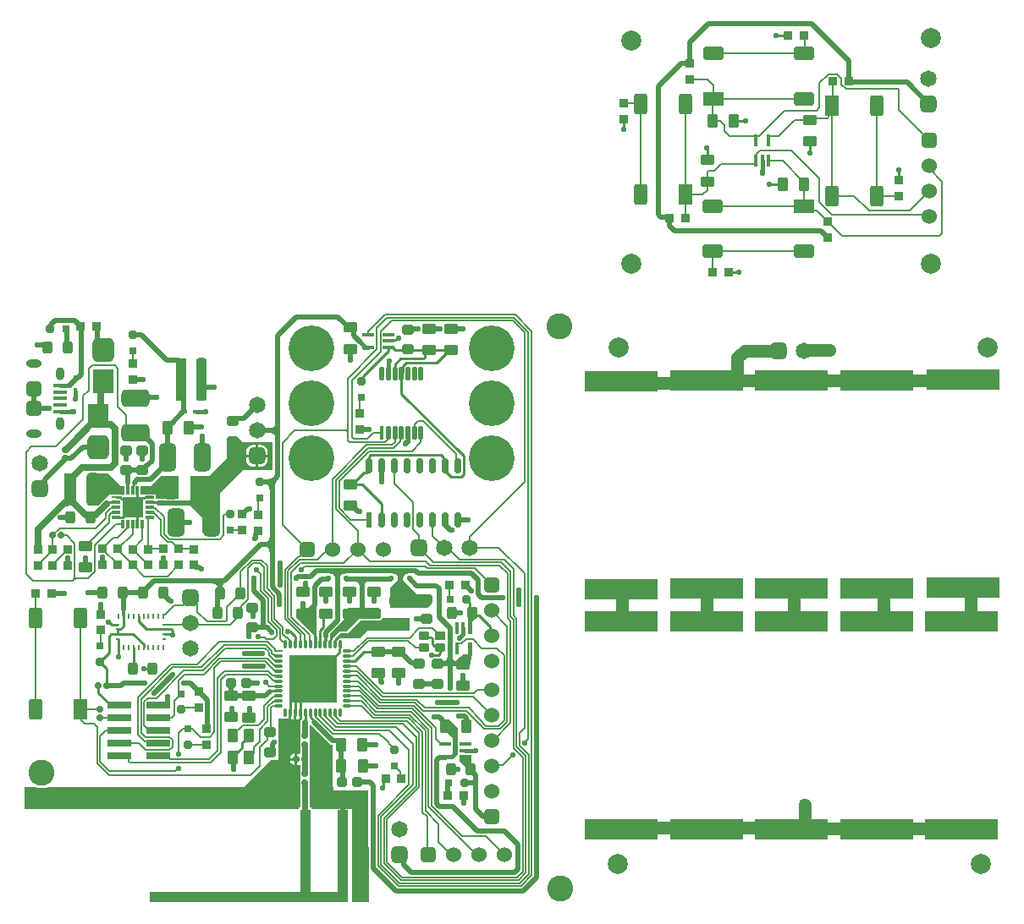
<source format=gtl>
G04*
G04 #@! TF.GenerationSoftware,Altium Limited,Altium Designer,22.3.1 (43)*
G04*
G04 Layer_Physical_Order=1*
G04 Layer_Color=255*
%FSLAX25Y25*%
%MOIN*%
G70*
G04*
G04 #@! TF.SameCoordinates,D24DD32C-06ED-42A8-9E91-4A9B2BA8F1A5*
G04*
G04*
G04 #@! TF.FilePolarity,Positive*
G04*
G01*
G75*
%ADD10C,0.00600*%
%ADD11R,0.08465X0.09646*%
G04:AMPARAMS|DCode=12|XSize=84.65mil|YSize=96.46mil|CornerRadius=21.16mil|HoleSize=0mil|Usage=FLASHONLY|Rotation=180.000|XOffset=0mil|YOffset=0mil|HoleType=Round|Shape=RoundedRectangle|*
%AMROUNDEDRECTD12*
21,1,0.08465,0.05413,0,0,180.0*
21,1,0.04232,0.09646,0,0,180.0*
1,1,0.04232,-0.02116,0.02707*
1,1,0.04232,0.02116,0.02707*
1,1,0.04232,0.02116,-0.02707*
1,1,0.04232,-0.02116,-0.02707*
%
%ADD12ROUNDEDRECTD12*%
G04:AMPARAMS|DCode=13|XSize=35.43mil|YSize=35.43mil|CornerRadius=8.86mil|HoleSize=0mil|Usage=FLASHONLY|Rotation=90.000|XOffset=0mil|YOffset=0mil|HoleType=Round|Shape=RoundedRectangle|*
%AMROUNDEDRECTD13*
21,1,0.03543,0.01772,0,0,90.0*
21,1,0.01772,0.03543,0,0,90.0*
1,1,0.01772,0.00886,0.00886*
1,1,0.01772,0.00886,-0.00886*
1,1,0.01772,-0.00886,-0.00886*
1,1,0.01772,-0.00886,0.00886*
%
%ADD13ROUNDEDRECTD13*%
G04:AMPARAMS|DCode=14|XSize=35.43mil|YSize=35.43mil|CornerRadius=8.86mil|HoleSize=0mil|Usage=FLASHONLY|Rotation=180.000|XOffset=0mil|YOffset=0mil|HoleType=Round|Shape=RoundedRectangle|*
%AMROUNDEDRECTD14*
21,1,0.03543,0.01772,0,0,180.0*
21,1,0.01772,0.03543,0,0,180.0*
1,1,0.01772,-0.00886,0.00886*
1,1,0.01772,0.00886,0.00886*
1,1,0.01772,0.00886,-0.00886*
1,1,0.01772,-0.00886,-0.00886*
%
%ADD14ROUNDEDRECTD14*%
G04:AMPARAMS|DCode=15|XSize=90.55mil|YSize=62.99mil|CornerRadius=15.75mil|HoleSize=0mil|Usage=FLASHONLY|Rotation=90.000|XOffset=0mil|YOffset=0mil|HoleType=Round|Shape=RoundedRectangle|*
%AMROUNDEDRECTD15*
21,1,0.09055,0.03150,0,0,90.0*
21,1,0.05906,0.06299,0,0,90.0*
1,1,0.03150,0.01575,0.02953*
1,1,0.03150,0.01575,-0.02953*
1,1,0.03150,-0.01575,-0.02953*
1,1,0.03150,-0.01575,0.02953*
%
%ADD15ROUNDEDRECTD15*%
G04:AMPARAMS|DCode=16|XSize=78.74mil|YSize=49.21mil|CornerRadius=12.3mil|HoleSize=0mil|Usage=FLASHONLY|Rotation=180.000|XOffset=0mil|YOffset=0mil|HoleType=Round|Shape=RoundedRectangle|*
%AMROUNDEDRECTD16*
21,1,0.07874,0.02461,0,0,180.0*
21,1,0.05413,0.04921,0,0,180.0*
1,1,0.02461,-0.02707,0.01230*
1,1,0.02461,0.02707,0.01230*
1,1,0.02461,0.02707,-0.01230*
1,1,0.02461,-0.02707,-0.01230*
%
%ADD16ROUNDEDRECTD16*%
%ADD17R,0.07874X0.04921*%
G04:AMPARAMS|DCode=18|XSize=130mil|YSize=50mil|CornerRadius=12.5mil|HoleSize=0mil|Usage=FLASHONLY|Rotation=90.000|XOffset=0mil|YOffset=0mil|HoleType=Round|Shape=RoundedRectangle|*
%AMROUNDEDRECTD18*
21,1,0.13000,0.02500,0,0,90.0*
21,1,0.10500,0.05000,0,0,90.0*
1,1,0.02500,0.01250,0.05250*
1,1,0.02500,0.01250,-0.05250*
1,1,0.02500,-0.01250,-0.05250*
1,1,0.02500,-0.01250,0.05250*
%
%ADD18ROUNDEDRECTD18*%
%ADD19R,0.05000X0.13000*%
%ADD20R,0.00984X0.02067*%
%ADD21R,0.01673X0.00984*%
G04:AMPARAMS|DCode=22|XSize=59.06mil|YSize=61.02mil|CornerRadius=14.76mil|HoleSize=0mil|Usage=FLASHONLY|Rotation=270.000|XOffset=0mil|YOffset=0mil|HoleType=Round|Shape=RoundedRectangle|*
%AMROUNDEDRECTD22*
21,1,0.05906,0.03150,0,0,270.0*
21,1,0.02953,0.06102,0,0,270.0*
1,1,0.02953,-0.01575,-0.01476*
1,1,0.02953,-0.01575,0.01476*
1,1,0.02953,0.01575,0.01476*
1,1,0.02953,0.01575,-0.01476*
%
%ADD22ROUNDEDRECTD22*%
G04:AMPARAMS|DCode=23|XSize=15.75mil|YSize=53.15mil|CornerRadius=3.94mil|HoleSize=0mil|Usage=FLASHONLY|Rotation=270.000|XOffset=0mil|YOffset=0mil|HoleType=Round|Shape=RoundedRectangle|*
%AMROUNDEDRECTD23*
21,1,0.01575,0.04528,0,0,270.0*
21,1,0.00787,0.05315,0,0,270.0*
1,1,0.00787,-0.02264,-0.00394*
1,1,0.00787,-0.02264,0.00394*
1,1,0.00787,0.02264,0.00394*
1,1,0.00787,0.02264,-0.00394*
%
%ADD23ROUNDEDRECTD23*%
%ADD24R,0.05512X0.08268*%
G04:AMPARAMS|DCode=25|XSize=82.68mil|YSize=55.12mil|CornerRadius=13.78mil|HoleSize=0mil|Usage=FLASHONLY|Rotation=90.000|XOffset=0mil|YOffset=0mil|HoleType=Round|Shape=RoundedRectangle|*
%AMROUNDEDRECTD25*
21,1,0.08268,0.02756,0,0,90.0*
21,1,0.05512,0.05512,0,0,90.0*
1,1,0.02756,0.01378,0.02756*
1,1,0.02756,0.01378,-0.02756*
1,1,0.02756,-0.01378,-0.02756*
1,1,0.02756,-0.01378,0.02756*
%
%ADD25ROUNDEDRECTD25*%
G04:AMPARAMS|DCode=26|XSize=82.68mil|YSize=55.12mil|CornerRadius=13.78mil|HoleSize=0mil|Usage=FLASHONLY|Rotation=180.000|XOffset=0mil|YOffset=0mil|HoleType=Round|Shape=RoundedRectangle|*
%AMROUNDEDRECTD26*
21,1,0.08268,0.02756,0,0,180.0*
21,1,0.05512,0.05512,0,0,180.0*
1,1,0.02756,-0.02756,0.01378*
1,1,0.02756,0.02756,0.01378*
1,1,0.02756,0.02756,-0.01378*
1,1,0.02756,-0.02756,-0.01378*
%
%ADD26ROUNDEDRECTD26*%
%ADD27R,0.08268X0.05512*%
%ADD28R,0.04685X0.01575*%
G04:AMPARAMS|DCode=29|XSize=46.85mil|YSize=15.75mil|CornerRadius=1.97mil|HoleSize=0mil|Usage=FLASHONLY|Rotation=180.000|XOffset=0mil|YOffset=0mil|HoleType=Round|Shape=RoundedRectangle|*
%AMROUNDEDRECTD29*
21,1,0.04685,0.01181,0,0,180.0*
21,1,0.04291,0.01575,0,0,180.0*
1,1,0.00394,-0.02146,0.00591*
1,1,0.00394,0.02146,0.00591*
1,1,0.00394,0.02146,-0.00591*
1,1,0.00394,-0.02146,-0.00591*
%
%ADD29ROUNDEDRECTD29*%
G04:AMPARAMS|DCode=30|XSize=46.85mil|YSize=15.75mil|CornerRadius=1.97mil|HoleSize=0mil|Usage=FLASHONLY|Rotation=90.000|XOffset=0mil|YOffset=0mil|HoleType=Round|Shape=RoundedRectangle|*
%AMROUNDEDRECTD30*
21,1,0.04685,0.01181,0,0,90.0*
21,1,0.04291,0.01575,0,0,90.0*
1,1,0.00394,0.00591,0.02146*
1,1,0.00394,0.00591,-0.02146*
1,1,0.00394,-0.00591,-0.02146*
1,1,0.00394,-0.00591,0.02146*
%
%ADD30ROUNDEDRECTD30*%
%ADD31R,0.01575X0.04685*%
%ADD32R,0.02362X0.06102*%
G04:AMPARAMS|DCode=33|XSize=23.62mil|YSize=61.02mil|CornerRadius=5.91mil|HoleSize=0mil|Usage=FLASHONLY|Rotation=180.000|XOffset=0mil|YOffset=0mil|HoleType=Round|Shape=RoundedRectangle|*
%AMROUNDEDRECTD33*
21,1,0.02362,0.04921,0,0,180.0*
21,1,0.01181,0.06102,0,0,180.0*
1,1,0.01181,-0.00591,0.02461*
1,1,0.01181,0.00591,0.02461*
1,1,0.01181,0.00591,-0.02461*
1,1,0.01181,-0.00591,-0.02461*
%
%ADD33ROUNDEDRECTD33*%
G04:AMPARAMS|DCode=34|XSize=35.43mil|YSize=39.37mil|CornerRadius=8.86mil|HoleSize=0mil|Usage=FLASHONLY|Rotation=270.000|XOffset=0mil|YOffset=0mil|HoleType=Round|Shape=RoundedRectangle|*
%AMROUNDEDRECTD34*
21,1,0.03543,0.02165,0,0,270.0*
21,1,0.01772,0.03937,0,0,270.0*
1,1,0.01772,-0.01083,-0.00886*
1,1,0.01772,-0.01083,0.00886*
1,1,0.01772,0.01083,0.00886*
1,1,0.01772,0.01083,-0.00886*
%
%ADD34ROUNDEDRECTD34*%
%ADD35R,0.03937X0.03543*%
G04:AMPARAMS|DCode=36|XSize=25.59mil|YSize=15.75mil|CornerRadius=3.94mil|HoleSize=0mil|Usage=FLASHONLY|Rotation=0.000|XOffset=0mil|YOffset=0mil|HoleType=Round|Shape=RoundedRectangle|*
%AMROUNDEDRECTD36*
21,1,0.02559,0.00787,0,0,0.0*
21,1,0.01772,0.01575,0,0,0.0*
1,1,0.00787,0.00886,-0.00394*
1,1,0.00787,-0.00886,-0.00394*
1,1,0.00787,-0.00886,0.00394*
1,1,0.00787,0.00886,0.00394*
%
%ADD36ROUNDEDRECTD36*%
%ADD37R,0.02559X0.01575*%
%ADD38R,0.01575X0.02559*%
G04:AMPARAMS|DCode=39|XSize=25.59mil|YSize=15.75mil|CornerRadius=3.94mil|HoleSize=0mil|Usage=FLASHONLY|Rotation=270.000|XOffset=0mil|YOffset=0mil|HoleType=Round|Shape=RoundedRectangle|*
%AMROUNDEDRECTD39*
21,1,0.02559,0.00787,0,0,270.0*
21,1,0.01772,0.01575,0,0,270.0*
1,1,0.00787,-0.00394,-0.00886*
1,1,0.00787,-0.00394,0.00886*
1,1,0.00787,0.00394,0.00886*
1,1,0.00787,0.00394,-0.00886*
%
%ADD39ROUNDEDRECTD39*%
G04:AMPARAMS|DCode=40|XSize=55.12mil|YSize=43.31mil|CornerRadius=10.83mil|HoleSize=0mil|Usage=FLASHONLY|Rotation=270.000|XOffset=0mil|YOffset=0mil|HoleType=Round|Shape=RoundedRectangle|*
%AMROUNDEDRECTD40*
21,1,0.05512,0.02165,0,0,270.0*
21,1,0.03347,0.04331,0,0,270.0*
1,1,0.02165,-0.01083,-0.01673*
1,1,0.02165,-0.01083,0.01673*
1,1,0.02165,0.01083,0.01673*
1,1,0.02165,0.01083,-0.01673*
%
%ADD40ROUNDEDRECTD40*%
%ADD41R,0.04331X0.05512*%
%ADD42R,0.03150X0.03150*%
G04:AMPARAMS|DCode=43|XSize=31.5mil|YSize=31.5mil|CornerRadius=7.87mil|HoleSize=0mil|Usage=FLASHONLY|Rotation=90.000|XOffset=0mil|YOffset=0mil|HoleType=Round|Shape=RoundedRectangle|*
%AMROUNDEDRECTD43*
21,1,0.03150,0.01575,0,0,90.0*
21,1,0.01575,0.03150,0,0,90.0*
1,1,0.01575,0.00787,0.00787*
1,1,0.01575,0.00787,-0.00787*
1,1,0.01575,-0.00787,-0.00787*
1,1,0.01575,-0.00787,0.00787*
%
%ADD43ROUNDEDRECTD43*%
G04:AMPARAMS|DCode=44|XSize=31.5mil|YSize=31.5mil|CornerRadius=7.87mil|HoleSize=0mil|Usage=FLASHONLY|Rotation=0.000|XOffset=0mil|YOffset=0mil|HoleType=Round|Shape=RoundedRectangle|*
%AMROUNDEDRECTD44*
21,1,0.03150,0.01575,0,0,0.0*
21,1,0.01575,0.03150,0,0,0.0*
1,1,0.01575,0.00787,-0.00787*
1,1,0.01575,-0.00787,-0.00787*
1,1,0.01575,-0.00787,0.00787*
1,1,0.01575,0.00787,0.00787*
%
%ADD44ROUNDEDRECTD44*%
%ADD45R,0.03150X0.03150*%
%ADD46R,0.29134X0.07874*%
G04:AMPARAMS|DCode=47|XSize=38.58mil|YSize=40.55mil|CornerRadius=9.65mil|HoleSize=0mil|Usage=FLASHONLY|Rotation=270.000|XOffset=0mil|YOffset=0mil|HoleType=Round|Shape=RoundedRectangle|*
%AMROUNDEDRECTD47*
21,1,0.03858,0.02126,0,0,270.0*
21,1,0.01929,0.04055,0,0,270.0*
1,1,0.01929,-0.01063,-0.00965*
1,1,0.01929,-0.01063,0.00965*
1,1,0.01929,0.01063,0.00965*
1,1,0.01929,0.01063,-0.00965*
%
%ADD47ROUNDEDRECTD47*%
G04:AMPARAMS|DCode=48|XSize=110.24mil|YSize=68.9mil|CornerRadius=17.22mil|HoleSize=0mil|Usage=FLASHONLY|Rotation=180.000|XOffset=0mil|YOffset=0mil|HoleType=Round|Shape=RoundedRectangle|*
%AMROUNDEDRECTD48*
21,1,0.11024,0.03445,0,0,180.0*
21,1,0.07579,0.06890,0,0,180.0*
1,1,0.03445,-0.03789,0.01722*
1,1,0.03445,0.03789,0.01722*
1,1,0.03445,0.03789,-0.01722*
1,1,0.03445,-0.03789,-0.01722*
%
%ADD48ROUNDEDRECTD48*%
G04:AMPARAMS|DCode=49|XSize=110.24mil|YSize=68.9mil|CornerRadius=17.22mil|HoleSize=0mil|Usage=FLASHONLY|Rotation=90.000|XOffset=0mil|YOffset=0mil|HoleType=Round|Shape=RoundedRectangle|*
%AMROUNDEDRECTD49*
21,1,0.11024,0.03445,0,0,90.0*
21,1,0.07579,0.06890,0,0,90.0*
1,1,0.03445,0.01722,0.03789*
1,1,0.03445,0.01722,-0.03789*
1,1,0.03445,-0.01722,-0.03789*
1,1,0.03445,-0.01722,0.03789*
%
%ADD49ROUNDEDRECTD49*%
G04:AMPARAMS|DCode=50|XSize=55.12mil|YSize=42mil|CornerRadius=10.5mil|HoleSize=0mil|Usage=FLASHONLY|Rotation=90.000|XOffset=0mil|YOffset=0mil|HoleType=Round|Shape=RoundedRectangle|*
%AMROUNDEDRECTD50*
21,1,0.05512,0.02100,0,0,90.0*
21,1,0.03412,0.04200,0,0,90.0*
1,1,0.02100,0.01050,0.01706*
1,1,0.02100,0.01050,-0.01706*
1,1,0.02100,-0.01050,-0.01706*
1,1,0.02100,-0.01050,0.01706*
%
%ADD50ROUNDEDRECTD50*%
G04:AMPARAMS|DCode=51|XSize=55.12mil|YSize=42mil|CornerRadius=10.5mil|HoleSize=0mil|Usage=FLASHONLY|Rotation=180.000|XOffset=0mil|YOffset=0mil|HoleType=Round|Shape=RoundedRectangle|*
%AMROUNDEDRECTD51*
21,1,0.05512,0.02100,0,0,180.0*
21,1,0.03412,0.04200,0,0,180.0*
1,1,0.02100,-0.01706,0.01050*
1,1,0.02100,0.01706,0.01050*
1,1,0.02100,0.01706,-0.01050*
1,1,0.02100,-0.01706,-0.01050*
%
%ADD51ROUNDEDRECTD51*%
%ADD52R,0.04000X0.17000*%
G04:AMPARAMS|DCode=53|XSize=40mil|YSize=170mil|CornerRadius=10mil|HoleSize=0mil|Usage=FLASHONLY|Rotation=0.000|XOffset=0mil|YOffset=0mil|HoleType=Round|Shape=RoundedRectangle|*
%AMROUNDEDRECTD53*
21,1,0.04000,0.15000,0,0,0.0*
21,1,0.02000,0.17000,0,0,0.0*
1,1,0.02000,0.01000,-0.07500*
1,1,0.02000,-0.01000,-0.07500*
1,1,0.02000,-0.01000,0.07500*
1,1,0.02000,0.01000,0.07500*
%
%ADD53ROUNDEDRECTD53*%
G04:AMPARAMS|DCode=54|XSize=47.24mil|YSize=39.37mil|CornerRadius=9.84mil|HoleSize=0mil|Usage=FLASHONLY|Rotation=0.000|XOffset=0mil|YOffset=0mil|HoleType=Round|Shape=RoundedRectangle|*
%AMROUNDEDRECTD54*
21,1,0.04724,0.01968,0,0,0.0*
21,1,0.02756,0.03937,0,0,0.0*
1,1,0.01968,0.01378,-0.00984*
1,1,0.01968,-0.01378,-0.00984*
1,1,0.01968,-0.01378,0.00984*
1,1,0.01968,0.01378,0.00984*
%
%ADD54ROUNDEDRECTD54*%
G04:AMPARAMS|DCode=55|XSize=47.24mil|YSize=39.37mil|CornerRadius=9.84mil|HoleSize=0mil|Usage=FLASHONLY|Rotation=270.000|XOffset=0mil|YOffset=0mil|HoleType=Round|Shape=RoundedRectangle|*
%AMROUNDEDRECTD55*
21,1,0.04724,0.01968,0,0,270.0*
21,1,0.02756,0.03937,0,0,270.0*
1,1,0.01968,-0.00984,-0.01378*
1,1,0.01968,-0.00984,0.01378*
1,1,0.01968,0.00984,0.01378*
1,1,0.01968,0.00984,-0.01378*
%
%ADD55ROUNDEDRECTD55*%
G04:AMPARAMS|DCode=56|XSize=17.72mil|YSize=55.12mil|CornerRadius=4.43mil|HoleSize=0mil|Usage=FLASHONLY|Rotation=180.000|XOffset=0mil|YOffset=0mil|HoleType=Round|Shape=RoundedRectangle|*
%AMROUNDEDRECTD56*
21,1,0.01772,0.04626,0,0,180.0*
21,1,0.00886,0.05512,0,0,180.0*
1,1,0.00886,-0.00443,0.02313*
1,1,0.00886,0.00443,0.02313*
1,1,0.00886,0.00443,-0.02313*
1,1,0.00886,-0.00443,-0.02313*
%
%ADD56ROUNDEDRECTD56*%
%ADD57R,0.01772X0.05512*%
G04:AMPARAMS|DCode=58|XSize=35.04mil|YSize=10.24mil|CornerRadius=1.28mil|HoleSize=0mil|Usage=FLASHONLY|Rotation=0.000|XOffset=0mil|YOffset=0mil|HoleType=Round|Shape=RoundedRectangle|*
%AMROUNDEDRECTD58*
21,1,0.03504,0.00768,0,0,0.0*
21,1,0.03248,0.01024,0,0,0.0*
1,1,0.00256,0.01624,-0.00384*
1,1,0.00256,-0.01624,-0.00384*
1,1,0.00256,-0.01624,0.00384*
1,1,0.00256,0.01624,0.00384*
%
%ADD58ROUNDEDRECTD58*%
%ADD59R,0.03504X0.01024*%
G04:AMPARAMS|DCode=60|XSize=35.04mil|YSize=10.24mil|CornerRadius=1.28mil|HoleSize=0mil|Usage=FLASHONLY|Rotation=90.000|XOffset=0mil|YOffset=0mil|HoleType=Round|Shape=RoundedRectangle|*
%AMROUNDEDRECTD60*
21,1,0.03504,0.00768,0,0,90.0*
21,1,0.03248,0.01024,0,0,90.0*
1,1,0.00256,0.00384,0.01624*
1,1,0.00256,0.00384,-0.01624*
1,1,0.00256,-0.00384,-0.01624*
1,1,0.00256,-0.00384,0.01624*
%
%ADD60ROUNDEDRECTD60*%
%ADD61R,0.08071X0.08071*%
%ADD62R,0.03386X0.01024*%
G04:AMPARAMS|DCode=63|XSize=10.24mil|YSize=33.86mil|CornerRadius=2.56mil|HoleSize=0mil|Usage=FLASHONLY|Rotation=0.000|XOffset=0mil|YOffset=0mil|HoleType=Round|Shape=RoundedRectangle|*
%AMROUNDEDRECTD63*
21,1,0.01024,0.02874,0,0,0.0*
21,1,0.00512,0.03386,0,0,0.0*
1,1,0.00512,0.00256,-0.01437*
1,1,0.00512,-0.00256,-0.01437*
1,1,0.00512,-0.00256,0.01437*
1,1,0.00512,0.00256,0.01437*
%
%ADD63ROUNDEDRECTD63*%
G04:AMPARAMS|DCode=64|XSize=10.24mil|YSize=33.86mil|CornerRadius=2.56mil|HoleSize=0mil|Usage=FLASHONLY|Rotation=90.000|XOffset=0mil|YOffset=0mil|HoleType=Round|Shape=RoundedRectangle|*
%AMROUNDEDRECTD64*
21,1,0.01024,0.02874,0,0,90.0*
21,1,0.00512,0.03386,0,0,90.0*
1,1,0.00512,0.01437,0.00256*
1,1,0.00512,0.01437,-0.00256*
1,1,0.00512,-0.01437,-0.00256*
1,1,0.00512,-0.01437,0.00256*
%
%ADD64ROUNDEDRECTD64*%
%ADD65R,0.18504X0.18504*%
G04:AMPARAMS|DCode=66|XSize=29.92mil|YSize=94.49mil|CornerRadius=7.48mil|HoleSize=0mil|Usage=FLASHONLY|Rotation=270.000|XOffset=0mil|YOffset=0mil|HoleType=Round|Shape=RoundedRectangle|*
%AMROUNDEDRECTD66*
21,1,0.02992,0.07953,0,0,270.0*
21,1,0.01496,0.09449,0,0,270.0*
1,1,0.01496,-0.03976,-0.00748*
1,1,0.01496,-0.03976,0.00748*
1,1,0.01496,0.03976,0.00748*
1,1,0.01496,0.03976,-0.00748*
%
%ADD66ROUNDEDRECTD66*%
%ADD67R,0.09449X0.02992*%
%ADD68R,0.04000X0.33100*%
%ADD69R,0.78200X0.03900*%
G04:AMPARAMS|DCode=70|XSize=24.41mil|YSize=25.98mil|CornerRadius=6.1mil|HoleSize=0mil|Usage=FLASHONLY|Rotation=180.000|XOffset=0mil|YOffset=0mil|HoleType=Round|Shape=RoundedRectangle|*
%AMROUNDEDRECTD70*
21,1,0.02441,0.01378,0,0,180.0*
21,1,0.01221,0.02598,0,0,180.0*
1,1,0.01221,-0.00610,0.00689*
1,1,0.01221,0.00610,0.00689*
1,1,0.01221,0.00610,-0.00689*
1,1,0.01221,-0.00610,-0.00689*
%
%ADD70ROUNDEDRECTD70*%
G04:AMPARAMS|DCode=71|XSize=24.41mil|YSize=25.98mil|CornerRadius=6.1mil|HoleSize=0mil|Usage=FLASHONLY|Rotation=90.000|XOffset=0mil|YOffset=0mil|HoleType=Round|Shape=RoundedRectangle|*
%AMROUNDEDRECTD71*
21,1,0.02441,0.01378,0,0,90.0*
21,1,0.01221,0.02598,0,0,90.0*
1,1,0.01221,0.00689,0.00610*
1,1,0.01221,0.00689,-0.00610*
1,1,0.01221,-0.00689,-0.00610*
1,1,0.01221,-0.00689,0.00610*
%
%ADD71ROUNDEDRECTD71*%
G04:AMPARAMS|DCode=72|XSize=24.41mil|YSize=24.5mil|CornerRadius=6.1mil|HoleSize=0mil|Usage=FLASHONLY|Rotation=270.000|XOffset=0mil|YOffset=0mil|HoleType=Round|Shape=RoundedRectangle|*
%AMROUNDEDRECTD72*
21,1,0.02441,0.01230,0,0,270.0*
21,1,0.01221,0.02450,0,0,270.0*
1,1,0.01221,-0.00615,-0.00610*
1,1,0.01221,-0.00615,0.00610*
1,1,0.01221,0.00615,0.00610*
1,1,0.01221,0.00615,-0.00610*
%
%ADD72ROUNDEDRECTD72*%
%ADD73C,0.02000*%
%ADD74C,0.01000*%
%ADD75C,0.01500*%
%ADD76C,0.02500*%
%ADD77C,0.03900*%
%ADD78C,0.02441*%
%ADD79C,0.05000*%
%ADD80C,0.02450*%
%ADD81C,0.04000*%
%ADD82C,0.06000*%
G04:AMPARAMS|DCode=83|XSize=60mil|YSize=60mil|CornerRadius=15mil|HoleSize=0mil|Usage=FLASHONLY|Rotation=270.000|XOffset=0mil|YOffset=0mil|HoleType=Round|Shape=RoundedRectangle|*
%AMROUNDEDRECTD83*
21,1,0.06000,0.03000,0,0,270.0*
21,1,0.03000,0.06000,0,0,270.0*
1,1,0.03000,-0.01500,-0.01500*
1,1,0.03000,-0.01500,0.01500*
1,1,0.03000,0.01500,0.01500*
1,1,0.03000,0.01500,-0.01500*
%
%ADD83ROUNDEDRECTD83*%
G04:AMPARAMS|DCode=84|XSize=60mil|YSize=60mil|CornerRadius=15mil|HoleSize=0mil|Usage=FLASHONLY|Rotation=180.000|XOffset=0mil|YOffset=0mil|HoleType=Round|Shape=RoundedRectangle|*
%AMROUNDEDRECTD84*
21,1,0.06000,0.03000,0,0,180.0*
21,1,0.03000,0.06000,0,0,180.0*
1,1,0.03000,-0.01500,0.01500*
1,1,0.03000,0.01500,0.01500*
1,1,0.03000,0.01500,-0.01500*
1,1,0.03000,-0.01500,-0.01500*
%
%ADD84ROUNDEDRECTD84*%
%ADD85C,0.06496*%
G04:AMPARAMS|DCode=86|XSize=64.96mil|YSize=64.96mil|CornerRadius=16.24mil|HoleSize=0mil|Usage=FLASHONLY|Rotation=90.000|XOffset=0mil|YOffset=0mil|HoleType=Round|Shape=RoundedRectangle|*
%AMROUNDEDRECTD86*
21,1,0.06496,0.03248,0,0,90.0*
21,1,0.03248,0.06496,0,0,90.0*
1,1,0.03248,0.01624,0.01624*
1,1,0.03248,0.01624,-0.01624*
1,1,0.03248,-0.01624,-0.01624*
1,1,0.03248,-0.01624,0.01624*
%
%ADD86ROUNDEDRECTD86*%
G04:AMPARAMS|DCode=87|XSize=64.96mil|YSize=64.96mil|CornerRadius=16.24mil|HoleSize=0mil|Usage=FLASHONLY|Rotation=0.000|XOffset=0mil|YOffset=0mil|HoleType=Round|Shape=RoundedRectangle|*
%AMROUNDEDRECTD87*
21,1,0.06496,0.03248,0,0,0.0*
21,1,0.03248,0.06496,0,0,0.0*
1,1,0.03248,0.01624,-0.01624*
1,1,0.03248,-0.01624,-0.01624*
1,1,0.03248,-0.01624,0.01624*
1,1,0.03248,0.01624,0.01624*
%
%ADD87ROUNDEDRECTD87*%
%ADD88O,0.06102X0.03200*%
%ADD89O,0.03200X0.05118*%
%ADD90C,0.07874*%
%ADD91C,0.18000*%
%ADD92C,0.10236*%
%ADD93C,0.02200*%
%ADD94C,0.02400*%
%ADD95C,0.05000*%
G36*
X135303Y222807D02*
X135332Y222767D01*
X135380Y222710D01*
X135759Y222307D01*
X136238Y221823D01*
X135177Y220762D01*
X134170Y221708D01*
X135292Y222830D01*
X135303Y222807D01*
D02*
G37*
G36*
X71870Y206708D02*
X72182Y206449D01*
X72337Y206341D01*
X72490Y206248D01*
X72643Y206169D01*
X72795Y206104D01*
X72946Y206053D01*
X73096Y206017D01*
X73245Y205995D01*
X72152Y204901D01*
X72130Y205050D01*
X72093Y205201D01*
X72043Y205351D01*
X71978Y205503D01*
X71899Y205656D01*
X71805Y205810D01*
X71697Y205965D01*
X71575Y206120D01*
X71288Y206435D01*
X71712Y206859D01*
X71870Y206708D01*
D02*
G37*
G36*
X47120Y201197D02*
X46965Y201173D01*
X46813Y201138D01*
X46664Y201093D01*
X46519Y201037D01*
X46376Y200970D01*
X46237Y200893D01*
X46101Y200805D01*
X45968Y200706D01*
X45839Y200597D01*
X45712Y200478D01*
X45288Y200902D01*
X45408Y201028D01*
X45517Y201158D01*
X45615Y201291D01*
X45703Y201427D01*
X45780Y201566D01*
X45847Y201709D01*
X45903Y201854D01*
X45948Y202003D01*
X45983Y202154D01*
X46007Y202309D01*
X47120Y201197D01*
D02*
G37*
G36*
X129500Y187733D02*
X128900Y186833D01*
X128894Y186947D01*
X128876Y187049D01*
X128846Y187139D01*
X128804Y187217D01*
X128750Y187283D01*
X128684Y187337D01*
X128606Y187379D01*
X128516Y187409D01*
X128414Y187427D01*
X128300Y187433D01*
Y188033D01*
X128414Y188039D01*
X128516Y188057D01*
X128606Y188087D01*
X128684Y188129D01*
X128750Y188183D01*
X128804Y188249D01*
X128846Y188327D01*
X128876Y188417D01*
X128894Y188519D01*
X128900Y188633D01*
X129500Y187733D01*
D02*
G37*
G36*
X102750Y187850D02*
X100750Y184850D01*
X100730Y185230D01*
X100670Y185570D01*
X100570Y185870D01*
X100430Y186130D01*
X100250Y186350D01*
X100030Y186530D01*
X99770Y186670D01*
X99470Y186770D01*
X99130Y186830D01*
X98750Y186850D01*
Y188850D01*
X99130Y188870D01*
X99470Y188930D01*
X99770Y189030D01*
X100030Y189170D01*
X100250Y189350D01*
X100430Y189570D01*
X100570Y189830D01*
X100670Y190130D01*
X100730Y190470D01*
X100750Y190850D01*
X102750Y187850D01*
D02*
G37*
G36*
X101914Y168650D02*
X101646Y168361D01*
X101405Y168061D01*
X101193Y167748D01*
X101009Y167424D01*
X100854Y167089D01*
X100726Y166742D01*
X100627Y166383D01*
X100557Y166012D01*
X100514Y165629D01*
X100500Y165235D01*
X98500Y164650D01*
X98480Y165030D01*
X98420Y165370D01*
X98320Y165670D01*
X98180Y165930D01*
X98000Y166150D01*
X97780Y166330D01*
X97520Y166470D01*
X97220Y166570D01*
X96880Y166630D01*
X96500Y166650D01*
X97086Y168650D01*
X97480Y168664D01*
X97862Y168706D01*
X98233Y168777D01*
X98592Y168876D01*
X98939Y169003D01*
X99275Y169159D01*
X99599Y169343D01*
X99911Y169555D01*
X100211Y169795D01*
X100500Y170064D01*
X101914Y168650D01*
D02*
G37*
G36*
X43204Y166346D02*
X43168Y166251D01*
X43136Y166121D01*
X43108Y165956D01*
X43066Y165523D01*
X43040Y164952D01*
X43031Y164242D01*
X42031D01*
X42029Y164614D01*
X41927Y166121D01*
X41895Y166251D01*
X41859Y166346D01*
X41818Y166407D01*
X43245D01*
X43204Y166346D01*
D02*
G37*
G36*
X40051Y165778D02*
X40179Y165905D01*
X40947D01*
X41030Y162729D01*
X40674Y162375D01*
X40198Y162396D01*
Y162549D01*
X37896D01*
X37846Y162559D01*
X37797Y162549D01*
X35495D01*
Y162514D01*
X35375Y162396D01*
X33062Y160197D01*
X32966Y160134D01*
X32429Y159596D01*
X31134Y158366D01*
X28159Y158276D01*
X27800Y158624D01*
Y170994D01*
X34835D01*
X40051Y165778D01*
D02*
G37*
G36*
X62738Y160772D02*
X53828D01*
X53600Y161000D01*
Y162530D01*
X52946D01*
X52778Y162563D01*
X49529D01*
X49361Y162530D01*
X47925D01*
Y165831D01*
X47963Y165868D01*
X51668D01*
X55628Y169828D01*
X62738D01*
Y160772D01*
D02*
G37*
G36*
X47516Y154388D02*
X47414Y154285D01*
X47021Y153834D01*
X46992Y153787D01*
X46974Y153748D01*
X46966Y153717D01*
X46421Y154262D01*
X46452Y154270D01*
X46491Y154288D01*
X46538Y154317D01*
X46593Y154356D01*
X46727Y154466D01*
X46893Y154618D01*
X47092Y154812D01*
X47516Y154388D01*
D02*
G37*
G36*
X88117Y183200D02*
X99500D01*
Y172200D01*
X87850D01*
X78935Y163285D01*
Y147911D01*
X78430Y147406D01*
Y146693D01*
X77717D01*
X77212Y146188D01*
X73115Y146433D01*
X72045Y147746D01*
Y153717D01*
X69352Y156354D01*
X67462Y158283D01*
X67462Y169828D01*
X74745D01*
X81546Y176629D01*
Y184700D01*
X85974Y185343D01*
X88117Y183200D01*
D02*
G37*
G36*
X100500Y142900D02*
X98500Y139900D01*
X98480Y140280D01*
X98420Y140620D01*
X98320Y140920D01*
X98180Y141180D01*
X98000Y141400D01*
X97780Y141580D01*
X97520Y141720D01*
X97220Y141820D01*
X96880Y141880D01*
X96500Y141900D01*
Y143900D01*
X96880Y143920D01*
X97220Y143980D01*
X97520Y144080D01*
X97780Y144220D01*
X98000Y144400D01*
X98180Y144620D01*
X98320Y144880D01*
X98420Y145180D01*
X98480Y145520D01*
X98500Y145900D01*
X100500Y142900D01*
D02*
G37*
G36*
X128295Y131400D02*
X127915Y131380D01*
X127575Y131320D01*
X127275Y131220D01*
X127015Y131080D01*
X126795Y130900D01*
X126615Y130680D01*
X126475Y130420D01*
X126375Y130120D01*
X126315Y129780D01*
X126295Y129400D01*
X124295D01*
X124275Y129780D01*
X124215Y130120D01*
X124115Y130420D01*
X123975Y130680D01*
X123795Y130900D01*
X123575Y131080D01*
X123315Y131220D01*
X123015Y131320D01*
X122675Y131380D01*
X122295Y131400D01*
X125295Y133400D01*
X128295Y131400D01*
D02*
G37*
G36*
X21897Y129733D02*
X22410Y129700D01*
X22524Y129700D01*
Y129100D01*
X22406Y129096D01*
X22291Y129083D01*
X22180Y129062D01*
X22072Y129032D01*
X21968Y128994D01*
X21868Y128947D01*
X21770Y128892D01*
X21677Y128829D01*
X21587Y128756D01*
X21500Y128676D01*
X21800Y129400D01*
X21884Y129741D01*
X21897Y129733D01*
D02*
G37*
G36*
X137850Y128383D02*
X137470Y128363D01*
X137130Y128303D01*
X136830Y128203D01*
X136570Y128063D01*
X136350Y127883D01*
X136170Y127663D01*
X136030Y127403D01*
X135930Y127103D01*
X135870Y126763D01*
X135850Y126383D01*
X133850D01*
X133830Y126763D01*
X133770Y127103D01*
X133670Y127403D01*
X133530Y127663D01*
X133350Y127883D01*
X133130Y128063D01*
X132870Y128203D01*
X132570Y128303D01*
X132230Y128363D01*
X131850Y128383D01*
X134850Y130383D01*
X137850Y128383D01*
D02*
G37*
G36*
X80579Y127463D02*
X80469Y127443D01*
X80370Y127383D01*
X80284Y127283D01*
X80208Y127143D01*
X80145Y126963D01*
X80093Y126743D01*
X80052Y126483D01*
X80006Y125843D01*
X80000Y125463D01*
X78000D01*
X77980Y125843D01*
X77920Y126183D01*
X77820Y126483D01*
X77680Y126743D01*
X77500Y126963D01*
X77280Y127143D01*
X77020Y127283D01*
X76720Y127383D01*
X76380Y127443D01*
X76000Y127463D01*
X79000Y129463D01*
X80579Y127463D01*
D02*
G37*
G36*
X112831Y124109D02*
X112737Y124094D01*
X112647Y124074D01*
X112560Y124049D01*
X112477Y124020D01*
X112397Y123986D01*
X112321Y123948D01*
X112249Y123905D01*
X112180Y123856D01*
X112115Y123804D01*
X112054Y123747D01*
X111346Y124453D01*
X111404Y124515D01*
X111457Y124580D01*
X111504Y124649D01*
X111548Y124721D01*
X111586Y124797D01*
X111620Y124877D01*
X111649Y124960D01*
X111674Y125047D01*
X111694Y125137D01*
X111709Y125231D01*
X112831Y124109D01*
D02*
G37*
G36*
X6872Y122656D02*
X6803Y122531D01*
X6742Y122378D01*
X6689Y122197D01*
X6644Y121986D01*
X6607Y121747D01*
X6558Y121183D01*
X6542Y120505D01*
X5942D01*
X5938Y120858D01*
X5877Y121747D01*
X5840Y121986D01*
X5795Y122197D01*
X5742Y122378D01*
X5681Y122531D01*
X5612Y122656D01*
X5535Y122752D01*
X6950D01*
X6872Y122656D01*
D02*
G37*
G36*
X153100Y131400D02*
X152720Y131380D01*
X152380Y131320D01*
X152080Y131220D01*
X151820Y131080D01*
X151600Y130900D01*
X151420Y130680D01*
X151280Y130420D01*
X151180Y130120D01*
X151120Y129780D01*
X151100Y129400D01*
Y128900D01*
X156694Y123305D01*
X158241Y123305D01*
X158855Y123305D01*
X160895D01*
X162346Y121854D01*
Y119643D01*
X160703Y118000D01*
X145863D01*
Y122987D01*
Y125978D01*
X149100Y128815D01*
Y129400D01*
X149080Y129780D01*
X149020Y130120D01*
X148920Y130420D01*
X148780Y130680D01*
X148600Y130900D01*
X148380Y131080D01*
X148120Y131220D01*
X147820Y131320D01*
X147480Y131380D01*
X147100Y131400D01*
X150100Y133400D01*
X153100Y131400D01*
D02*
G37*
G36*
X6546Y116469D02*
X6607Y115580D01*
X6644Y115341D01*
X6689Y115130D01*
X6742Y114948D01*
X6803Y114795D01*
X6872Y114671D01*
X6950Y114575D01*
X5535D01*
X5612Y114671D01*
X5681Y114795D01*
X5742Y114948D01*
X5795Y115130D01*
X5840Y115341D01*
X5877Y115580D01*
X5926Y116144D01*
X5942Y116822D01*
X6542D01*
X6546Y116469D01*
D02*
G37*
G36*
X41666Y116365D02*
X41622Y116267D01*
X41583Y116143D01*
X41550Y115994D01*
X41522Y115820D01*
X41480Y115395D01*
X41460Y114869D01*
X41457Y114567D01*
X40457D01*
X40455Y114869D01*
X40393Y115820D01*
X40364Y115994D01*
X40331Y116143D01*
X40292Y116267D01*
X40248Y116365D01*
X40199Y116437D01*
X41715D01*
X41666Y116365D01*
D02*
G37*
G36*
X6914Y113024D02*
X6844Y112900D01*
X6783Y112747D01*
X6730Y112565D01*
X6685Y112354D01*
X6649Y112115D01*
X6600Y111551D01*
X6583Y110873D01*
X5984D01*
X5979Y111226D01*
X5918Y112115D01*
X5882Y112354D01*
X5837Y112565D01*
X5784Y112747D01*
X5723Y112900D01*
X5653Y113024D01*
X5576Y113120D01*
X6991D01*
X6914Y113024D01*
D02*
G37*
G36*
X106467Y109251D02*
X106654Y109099D01*
X106681Y109083D01*
X106703Y109071D01*
X106723Y109064D01*
X106738Y109062D01*
Y108062D01*
X106723Y108059D01*
X106703Y108052D01*
X106681Y108041D01*
X106654Y108024D01*
X106624Y108003D01*
X106553Y107948D01*
X106418Y107828D01*
Y109295D01*
X106467Y109251D01*
D02*
G37*
G36*
X180306Y117786D02*
Y114214D01*
X179973Y113882D01*
X179321Y113476D01*
X178187Y112343D01*
Y107658D01*
X176613D01*
Y113882D01*
X176368Y114622D01*
Y117786D01*
X176657Y118074D01*
X177065D01*
X177353Y118362D01*
X179729D01*
X180306Y117786D01*
D02*
G37*
G36*
X141978Y117430D02*
X142048Y117385D01*
X142048Y114342D01*
X141865Y114159D01*
X141613Y113908D01*
X141306Y113600D01*
X133800D01*
X128800Y108600D01*
X125900D01*
X123174Y105874D01*
X122400Y106647D01*
X122275Y106772D01*
X122276Y107354D01*
X122276Y107569D01*
X126449Y111742D01*
X126463Y111763D01*
X128300Y113600D01*
X127344Y114556D01*
Y115944D01*
X129200Y117800D01*
X141306Y117800D01*
X141978Y117430D01*
D02*
G37*
G36*
X153737Y108813D02*
X137113D01*
X134120Y105820D01*
X129100D01*
Y107600D01*
X134360Y112860D01*
X141951D01*
X143235Y113735D01*
X153737D01*
Y108813D01*
D02*
G37*
G36*
X121283Y105859D02*
X121232Y105774D01*
X121187Y105687D01*
X121149Y105597D01*
X121116Y105504D01*
X121089Y105408D01*
X121068Y105308D01*
X121053Y105206D01*
X121044Y105100D01*
X121041Y104991D01*
X120041D01*
X120038Y105100D01*
X120029Y105206D01*
X120014Y105308D01*
X119993Y105408D01*
X119966Y105504D01*
X119933Y105597D01*
X119895Y105687D01*
X119850Y105774D01*
X119799Y105859D01*
X119742Y105939D01*
X121340D01*
X121283Y105859D01*
D02*
G37*
G36*
X116996Y118509D02*
Y102087D01*
X116740Y101831D01*
X116228D01*
X115972Y102087D01*
Y107243D01*
X109294Y113922D01*
X109110Y114106D01*
X108986Y114486D01*
X108960Y114585D01*
X108964Y114556D01*
X108986Y114486D01*
X109080Y114138D01*
X108964Y114556D01*
X108954Y114625D01*
X108991Y115085D01*
X109252Y117492D01*
X113406Y117800D01*
X116593Y118805D01*
X116996Y118509D01*
D02*
G37*
G36*
X178187Y99615D02*
X177456Y94450D01*
X177148Y94143D01*
Y93708D01*
X176713D01*
X176406Y93400D01*
X172559D01*
X171944Y94015D01*
X172279Y96618D01*
X169513Y94774D01*
X166513Y96774D01*
X166893Y96794D01*
X167233Y96854D01*
X167533Y96954D01*
X167793Y97094D01*
X168013Y97274D01*
X168193Y97494D01*
X168333Y97754D01*
X168433Y98054D01*
X168493Y98394D01*
X168513Y98774D01*
X170513D01*
X170533Y98394D01*
X170593Y98054D01*
X170693Y97754D01*
X170833Y97494D01*
X171013Y97274D01*
X171233Y97094D01*
X171493Y96954D01*
X171793Y96854D01*
X172133Y96794D01*
X172301Y96785D01*
X172382Y97423D01*
X175009Y99615D01*
X176670D01*
Y104243D01*
X178187D01*
Y99615D01*
D02*
G37*
G36*
X34967Y89593D02*
X35066Y88088D01*
X35097Y87959D01*
X35133Y87866D01*
X35172Y87807D01*
X33757D01*
X33797Y87866D01*
X33832Y87959D01*
X33863Y88088D01*
X33890Y88252D01*
X33931Y88684D01*
X33963Y89593D01*
X33965Y89966D01*
X34965D01*
X34967Y89593D01*
D02*
G37*
G36*
X109110Y73807D02*
X109356Y73856D01*
X109595Y74016D01*
X109833Y73856D01*
X110278Y73768D01*
X110350Y73717D01*
X110642Y73259D01*
X110544Y72766D01*
Y67432D01*
X110556Y67372D01*
Y64051D01*
X110539Y63968D01*
Y60646D01*
X110039Y60356D01*
X109557Y60452D01*
X109368D01*
Y58200D01*
Y55948D01*
X109557D01*
X110044Y56045D01*
X110544Y55757D01*
Y52432D01*
X110556Y52372D01*
Y49028D01*
X110544Y48968D01*
Y39150D01*
X109900D01*
Y38500D01*
X2000D01*
Y47200D01*
X6474D01*
X6915Y47017D01*
X8097Y46782D01*
X9303D01*
X10485Y47017D01*
X10926Y47200D01*
X88200D01*
X96000Y55000D01*
X98993Y57993D01*
X99978D01*
X100015Y58000D01*
X102000Y58000D01*
Y60010D01*
X102001Y60016D01*
Y61984D01*
X102000Y61990D01*
Y74200D01*
X104050D01*
X104083Y74233D01*
X104417Y74167D01*
X104929D01*
X105263Y74233D01*
X105368Y74303D01*
X105480Y74134D01*
X105896Y73856D01*
X106142Y73807D01*
Y76476D01*
X107142D01*
Y73807D01*
X107388Y73856D01*
X107626Y74016D01*
X107864Y73856D01*
X108110Y73807D01*
Y76476D01*
X109110D01*
Y73807D01*
D02*
G37*
G36*
X66673Y64194D02*
X66712Y64185D01*
X66770Y64177D01*
X66942Y64164D01*
X67700Y64150D01*
Y63550D01*
X66653Y63497D01*
Y64204D01*
X66673Y64194D01*
D02*
G37*
G36*
X100554Y62247D02*
X100534Y62223D01*
X100516Y62194D01*
X100499Y62159D01*
X100484Y62118D01*
X100470Y62072D01*
X100457Y62019D01*
X100437Y61897D01*
X100423Y61752D01*
X99352Y62823D01*
X99428Y62829D01*
X99619Y62857D01*
X99672Y62870D01*
X99718Y62884D01*
X99759Y62899D01*
X99794Y62916D01*
X99823Y62934D01*
X99847Y62954D01*
X100554Y62247D01*
D02*
G37*
G36*
X167700Y73956D02*
X169185D01*
X172700Y70441D01*
Y60300D01*
X170613Y58213D01*
X165783D01*
X165357Y58495D01*
Y59672D01*
X165473Y59787D01*
X169846D01*
X170700Y60642D01*
Y66494D01*
X168750Y68444D01*
X167556D01*
X165600Y70400D01*
Y72906D01*
X166030Y74260D01*
X167395D01*
X167700Y73956D01*
D02*
G37*
G36*
X178142Y58213D02*
Y56364D01*
X179127D01*
X179405Y56086D01*
Y52922D01*
X179117Y52634D01*
Y52226D01*
X178709D01*
X178321Y51838D01*
X177058D01*
X175768Y53127D01*
Y55378D01*
X173458Y57689D01*
Y59787D01*
X178142D01*
Y58213D01*
D02*
G37*
G36*
X121661Y64947D02*
X121661Y64946D01*
X122270Y64338D01*
X122799Y63984D01*
X123423Y63860D01*
X123439D01*
Y48461D01*
X123500Y46000D01*
X137100D01*
X137300Y45800D01*
X137321Y45309D01*
X137605Y2255D01*
X137252Y1900D01*
X131000D01*
Y38500D01*
X115100D01*
Y39150D01*
X114256D01*
Y48968D01*
X114244Y49028D01*
Y52372D01*
X114256Y52432D01*
Y58200D01*
X114252Y58222D01*
X114261Y58268D01*
Y63968D01*
X114244Y64051D01*
Y67372D01*
X114256Y67432D01*
Y71695D01*
X114719Y71850D01*
X114756Y71851D01*
X121661Y64947D01*
D02*
G37*
%LPC*%
G36*
X95124Y182121D02*
X94000D01*
Y178350D01*
X97771D01*
Y179474D01*
X97680Y180159D01*
X97416Y180797D01*
X96996Y181345D01*
X96447Y181766D01*
X95809Y182030D01*
X95124Y182121D01*
D02*
G37*
G36*
X93000D02*
X91876D01*
X91191Y182030D01*
X90553Y181766D01*
X90004Y181345D01*
X89584Y180797D01*
X89319Y180159D01*
X89229Y179474D01*
Y178350D01*
X93000D01*
Y182121D01*
D02*
G37*
G36*
X97771Y177350D02*
X94000D01*
Y173579D01*
X95124D01*
X95809Y173670D01*
X96447Y173934D01*
X96996Y174355D01*
X97416Y174903D01*
X97680Y175541D01*
X97771Y176226D01*
Y177350D01*
D02*
G37*
G36*
X93000D02*
X89229D01*
Y176226D01*
X89319Y175541D01*
X89584Y174903D01*
X90004Y174355D01*
X90553Y173934D01*
X91191Y173670D01*
X91876Y173579D01*
X93000D01*
Y177350D01*
D02*
G37*
G36*
X108368Y60452D02*
X108179D01*
X107551Y60327D01*
X107018Y59971D01*
X106662Y59439D01*
X106537Y58810D01*
Y58700D01*
X108368D01*
Y60452D01*
D02*
G37*
G36*
Y57700D02*
X106537D01*
Y57590D01*
X106662Y56962D01*
X107018Y56429D01*
X107551Y56073D01*
X108179Y55948D01*
X108368D01*
Y57700D01*
D02*
G37*
%LPD*%
D10*
X341971Y264671D02*
G03*
X341829Y264671I-71J-596D01*
G01*
X38800Y202900D02*
G03*
X38788Y202651I2611J-249D01*
G01*
X290502Y304019D02*
X291419D01*
X301400Y314000D02*
X313900D01*
X291419Y304019D02*
X301400Y314000D01*
X42320Y150635D02*
X42531Y150847D01*
X42320Y149142D02*
Y150635D01*
X38731Y145553D02*
X42320Y149142D01*
X154597Y179700D02*
X158142Y183245D01*
Y186957D01*
X137729Y179700D02*
X154597D01*
X110884Y132909D02*
X112275Y134300D01*
X110837Y132909D02*
X110884D01*
X112275Y134300D02*
X159700D01*
X21672Y129528D02*
Y143360D01*
X18632Y146400D02*
X21672Y143360D01*
X21800Y129400D02*
X27114D01*
X21672Y129528D02*
X21800Y129400D01*
X99060Y67995D02*
X100677Y69611D01*
X24168Y77832D02*
X31600D01*
Y74568D02*
X39155D01*
X39323Y74400D01*
X50559Y82337D02*
X53891D01*
X64754Y93200D02*
X72309D01*
X53891Y82337D02*
X64754Y93200D01*
X140800Y228300D02*
X144800Y232300D01*
X194700D02*
X200400Y226600D01*
X144800Y232300D02*
X194700D01*
X194200Y231100D02*
X198900Y226400D01*
X195200Y233500D02*
X201800Y226900D01*
X137416Y227036D02*
X143880Y233500D01*
X195200D01*
X142157Y226745D02*
X146513Y231100D01*
X194200D01*
X149209Y8100D02*
X150191D01*
X141200Y16109D02*
Y17091D01*
X143600Y17103D02*
Y18085D01*
X142400Y16606D02*
X149706Y9300D01*
X150688D01*
X143600Y17103D02*
X150203Y10500D01*
X144800Y17600D02*
Y34409D01*
X150700Y11700D02*
X196015D01*
X150203Y10500D02*
X151185D01*
X141200Y16109D02*
X149209Y8100D01*
X144800Y17600D02*
X150700Y11700D01*
X142400Y16606D02*
Y17588D01*
X143600Y18085D02*
Y34906D01*
X151185Y10500D02*
X196512D01*
X141200Y17091D02*
Y35900D01*
X150688Y9300D02*
X197010D01*
X142400Y17588D02*
Y35403D01*
X150191Y8100D02*
X197507D01*
X198200Y13885D02*
Y58997D01*
X199400Y13387D02*
Y59494D01*
X197010Y9300D02*
X200600Y12890D01*
X194600Y62597D02*
X198200Y58997D01*
X197000Y63591D02*
X200600Y59991D01*
X201800Y12393D02*
Y226900D01*
X195800Y63094D02*
X199400Y59494D01*
X197507Y8100D02*
X201800Y12393D01*
X196512Y10500D02*
X199400Y13387D01*
X196015Y11700D02*
X198200Y13885D01*
X200600Y12890D02*
Y59991D01*
X199000Y64943D02*
X200400Y66343D01*
Y226600D01*
X195800Y63094D02*
Y113694D01*
X197000Y63591D02*
Y68700D01*
X199000Y64510D02*
Y64943D01*
X194600Y62597D02*
Y113197D01*
X198900Y70600D02*
Y131400D01*
X190433Y56033D02*
X194384Y59984D01*
X188800Y141500D02*
X198900Y131400D01*
X197000Y68700D02*
X198900Y70600D01*
X194600Y114894D02*
X195800Y113694D01*
X189700Y135800D02*
X193400Y132100D01*
Y114397D02*
X194600Y113197D01*
X189100Y134600D02*
X192200Y131500D01*
X193400Y114397D02*
Y132100D01*
X190900Y137000D02*
X194600Y133300D01*
X193400Y72506D02*
Y112700D01*
X192200Y113900D02*
X193400Y112700D01*
X192200Y113900D02*
Y131500D01*
X194600Y114894D02*
Y133300D01*
X186494Y65600D02*
X193400Y72506D01*
X319906Y273000D02*
X357400D01*
X314900Y278006D02*
X319906Y273000D01*
X357400D02*
X358300Y272100D01*
X334559Y274400D02*
X350600D01*
X358300Y282100D01*
X328758Y280201D02*
X334559Y274400D01*
X314900Y278006D02*
Y287300D01*
X341971Y264671D02*
X362471D01*
X363400Y265600D02*
Y286000D01*
X358300Y291100D02*
X363400Y286000D01*
X362471Y264671D02*
X363400Y265600D01*
X346161Y314239D02*
X358300Y302100D01*
Y291100D02*
Y292100D01*
X341971Y264671D02*
X341971D01*
X346161Y314239D02*
Y322400D01*
X325552D02*
X346161D01*
X158700Y37222D02*
Y69018D01*
Y37222D02*
X160500Y35422D01*
Y20700D02*
Y35422D01*
X174180Y28005D02*
X183695D01*
X191000Y20700D01*
X179988Y20500D02*
X180500D01*
X170000D02*
X170500D01*
X141200Y35900D02*
X141900Y36600D01*
X142400Y35403D02*
X143100Y36103D01*
X144800Y34409D02*
X157479Y47088D01*
X143600Y34906D02*
X144300Y35606D01*
X180488Y20000D02*
X180500D01*
X161100Y39388D02*
X179988Y20500D01*
X165044Y25455D02*
X170000Y20500D01*
X162300Y39885D02*
Y70509D01*
X161100Y39388D02*
Y70012D01*
X162300Y39885D02*
X174180Y28005D01*
X165044Y25455D02*
Y32574D01*
X143100Y36103D02*
X155079Y48082D01*
X141900Y36600D02*
X153377Y48077D01*
X144300Y35606D02*
X156279Y47585D01*
Y66921D01*
X153377Y48077D02*
Y61722D01*
X155079Y48082D02*
Y64121D01*
X157479Y47088D02*
Y68542D01*
X159900Y37719D02*
Y69515D01*
X153715Y75700D02*
X159900Y69515D01*
Y37719D02*
X165044Y32574D01*
X153218Y74500D02*
X158700Y69018D01*
X154709Y78100D02*
X162300Y70509D01*
X154212Y76900D02*
X161100Y70012D01*
X152721Y73300D02*
X157479Y68542D01*
X148300Y70900D02*
X155079Y64121D01*
X151100Y72100D02*
X156279Y66921D01*
X145600Y69500D02*
X153377Y61722D01*
X124070Y69500D02*
X145600D01*
X150079Y50871D02*
Y53172D01*
X147700Y55550D02*
X150079Y53172D01*
Y50871D02*
X150450Y50500D01*
X146726Y62823D02*
Y63374D01*
X144325Y65775D02*
Y65775D01*
X146726Y62823D02*
X147700Y61850D01*
X144325Y65775D02*
X146726Y63374D01*
X141800Y68300D02*
X144325Y65775D01*
X124638Y70900D02*
X148300D01*
X125407Y72100D02*
X151100D01*
X163900Y66345D02*
Y70606D01*
X166145Y64100D02*
X167700D01*
X163900Y66345D02*
X166145Y64100D01*
X155206Y79300D02*
X163900Y70606D01*
X4800Y181600D02*
X14400D01*
X25000Y192200D02*
Y201400D01*
X14400Y181600D02*
X25000Y192200D01*
X27300Y203700D02*
Y212100D01*
X25000Y201400D02*
X27300Y203700D01*
X129200Y184000D02*
Y187733D01*
X103650Y182950D02*
X108433Y187733D01*
X129200D01*
Y208213D01*
X103650Y150550D02*
Y182950D01*
X142157Y218768D02*
Y226745D01*
X140800Y219813D02*
Y228300D01*
X130900Y185100D02*
X131499Y184501D01*
X130900Y207511D02*
X142157Y218768D01*
X129200Y208213D02*
X140800Y219813D01*
X130900Y185100D02*
Y207511D01*
X103650Y150550D02*
X113200Y141000D01*
X131499Y184501D02*
X137001D01*
X129200Y184000D02*
X129899Y183301D01*
X144046D01*
X93300Y132900D02*
X95100Y131100D01*
X169201Y121200D02*
X169450Y121450D01*
Y126900D01*
X179400Y133400D02*
X185900Y126900D01*
X173295Y137000D02*
X190900D01*
X162900Y135800D02*
X189700D01*
X161600Y134600D02*
X189100D01*
X160000Y136200D02*
X161600Y134600D01*
X157200Y141500D02*
X162900Y135800D01*
X168796Y141500D02*
X173295Y137000D01*
X160600Y133400D02*
X179400D01*
X159700Y134300D02*
X160600Y133400D01*
X262231Y280772D02*
X268972D01*
X270900Y289848D02*
X271252Y290200D01*
X268972Y280772D02*
X270900Y282700D01*
Y286000D01*
Y289848D01*
X271252Y290200D02*
X273700D01*
X244364Y316750D02*
X244515Y316599D01*
Y280772D02*
Y316599D01*
X236500Y316750D02*
X244364D01*
X262250Y271700D02*
Y280754D01*
X262231Y280772D02*
Y316599D01*
Y280772D02*
X262250Y280754D01*
X272850Y258464D02*
X273001Y258615D01*
X272850Y250300D02*
Y258464D01*
X273000Y310000D02*
Y318397D01*
X270800Y299300D02*
X270900Y299200D01*
X273000Y318397D02*
X273272Y318669D01*
X311200Y297300D02*
X311300Y297200D01*
X304000Y298200D02*
X314900Y287300D01*
X318540Y312276D02*
X318832Y312569D01*
X318540Y311402D02*
Y312276D01*
X320069Y312569D02*
Y316028D01*
X311950Y311050D02*
X318188D01*
X313900Y314000D02*
X315000Y315100D01*
X320069Y316028D02*
X320250Y316210D01*
X318832Y312569D02*
X320069D01*
X318188Y311050D02*
X318540Y311402D01*
X308828Y276331D02*
X308900Y276403D01*
X318300Y270350D02*
X323978Y264671D01*
X310618Y274541D02*
X314109D01*
X308828Y276331D02*
X310618Y274541D01*
X314109D02*
X318300Y270350D01*
X273272Y318669D02*
X309099D01*
X273272D02*
Y324028D01*
X270950Y326350D02*
X273272Y324028D01*
X315000Y324747D02*
X318625Y328372D01*
X315000Y315100D02*
Y324747D01*
X323600Y324352D02*
Y326648D01*
X321876Y328372D02*
X323600Y326648D01*
X318625Y328372D02*
X321876D01*
X323600Y324352D02*
X325552Y322400D01*
X320250Y316210D02*
Y325700D01*
X308900Y285000D02*
Y285656D01*
Y276403D02*
Y285000D01*
X300483Y294073D02*
X308900Y285656D01*
X295114Y294073D02*
X300483D01*
X311200Y310300D02*
X311950Y311050D01*
X305244Y310300D02*
X311200D01*
X279781Y304019D02*
X289527D01*
X277771Y306029D02*
Y308229D01*
X276000Y310000D02*
X277771Y308229D01*
Y306029D02*
X279781Y304019D01*
X298962D02*
X305244Y310300D01*
X273000Y310000D02*
X276000D01*
X291600Y298200D02*
X304000D01*
X290345Y296945D02*
X291600Y298200D01*
X290345Y294404D02*
Y296945D01*
X290015Y302173D02*
Y303531D01*
X290502Y304019D01*
X289527D02*
X290015Y303531D01*
X295602Y304019D02*
X298962D01*
X295114Y303531D02*
X295602Y304019D01*
X295114Y302173D02*
Y303531D01*
X264100Y326350D02*
X270950D01*
X273700Y290200D02*
X276237Y292737D01*
X290015Y294073D02*
X290345Y294404D01*
X276237Y292737D02*
X289527D01*
X290345Y293555D01*
X295400Y284900D02*
X295500Y285000D01*
X273001Y276331D02*
X308828D01*
X273001Y258615D02*
X308828D01*
X320069Y280201D02*
X328758D01*
X320069D02*
Y312569D01*
X337785Y280201D02*
Y316028D01*
Y280201D02*
X337835Y280250D01*
X346200D01*
X323978Y264671D02*
X341829Y264671D01*
X273272Y336385D02*
X309099D01*
X309150Y336436D01*
Y344100D01*
X198900Y167700D02*
Y226400D01*
X177200Y146000D02*
X198900Y167700D01*
X107000Y131900D02*
X110700Y135600D01*
X127800D01*
X133200Y141000D01*
X110358Y136955D02*
X117155D01*
X120167Y139967D01*
X122167D01*
X97500Y125413D02*
Y134497D01*
X90000Y121164D02*
Y133500D01*
X95297Y136700D02*
X97500Y134497D01*
X86937Y123477D02*
Y132134D01*
X92000Y135500D02*
X94800D01*
X91503Y136700D02*
X95297D01*
X90000Y133500D02*
X92000Y135500D01*
X86937Y132134D02*
X91503Y136700D01*
X94800Y135500D02*
X96300Y134000D01*
Y124916D02*
Y134000D01*
X5300Y128500D02*
X20900D01*
X21800Y129400D01*
X27114D02*
X29794Y132080D01*
X51365Y155320D02*
X52859D01*
X51153Y155532D02*
X51365Y155320D01*
X52859D02*
X55665Y152513D01*
X37635Y157288D02*
X37846Y157500D01*
X36141Y157288D02*
X37635D01*
X33994Y155141D02*
X36141Y157288D01*
X33994Y153194D02*
Y155141D01*
X15887Y149290D02*
X30090D01*
X33994Y153194D01*
X35195Y151394D02*
Y154373D01*
X36141Y155320D01*
X37635D01*
X37846Y155532D01*
X27993Y143943D02*
Y144193D01*
X35195Y151394D01*
X26250Y142200D02*
X27993Y143943D01*
X26000Y142200D02*
X26250D01*
X60079Y143771D02*
X62700Y141150D01*
X58354Y143771D02*
X60079D01*
X55665Y146459D02*
X58354Y143771D01*
X56865Y146957D02*
X58851Y144971D01*
X56865Y146957D02*
Y153793D01*
X58851Y144971D02*
X78871D01*
X55665Y146459D02*
Y152513D01*
X50639Y153351D02*
X50851Y153563D01*
X51153D01*
X50639Y141089D02*
Y153351D01*
X62750Y141100D02*
X68550D01*
X62700Y141150D02*
X62750Y141100D01*
X68550D02*
X68600Y141050D01*
X50639Y141089D02*
X56661D01*
X56700Y141128D01*
X58213Y130363D02*
X62700Y134850D01*
X48987Y130363D02*
X58213D01*
X44600Y134750D02*
X48987Y130363D01*
X50600Y134750D02*
Y134900D01*
X44600Y140900D02*
Y141050D01*
Y140900D02*
X50600Y134900D01*
X48437Y144887D02*
Y150847D01*
X44600Y141050D02*
X48437Y144887D01*
X38600Y141150D02*
X44500Y147050D01*
Y150847D01*
X38600Y140950D02*
Y141150D01*
Y140950D02*
X44600Y134950D01*
Y134750D02*
Y134950D01*
X32700Y140975D02*
X38600Y135075D01*
Y134850D02*
Y135075D01*
X32700Y140975D02*
Y141199D01*
X37054Y145553D01*
X38731D01*
X29794Y142590D02*
X38050Y150847D01*
X29794Y132080D02*
Y142590D01*
X16432Y146400D02*
X18632D01*
X38050Y150847D02*
X40563D01*
X12968Y146400D02*
X12997D01*
X15887Y149290D01*
X13000Y134775D02*
X19000Y140775D01*
X13000Y134550D02*
Y134775D01*
X19000Y140775D02*
Y140999D01*
X7200Y134800D02*
X13000Y140600D01*
Y140850D01*
X7200Y134550D02*
Y134800D01*
X12984Y140866D02*
Y146384D01*
X12968Y146400D02*
X12984Y146384D01*
Y140866D02*
X13000Y140850D01*
X123301Y68300D02*
X141800D01*
X103700Y107400D02*
Y110200D01*
X100400Y113500D02*
X103700Y110200D01*
Y107400D02*
X104983Y106116D01*
X106430Y103735D02*
X106642Y103524D01*
X105408Y106116D02*
X106430Y105095D01*
Y103735D02*
Y105095D01*
X104983Y106116D02*
X105408D01*
X105800Y113884D02*
X112335Y107349D01*
X107000Y114381D02*
X114304Y107077D01*
Y103735D02*
Y107077D01*
X112335Y103735D02*
Y107349D01*
X104600Y113387D02*
Y132894D01*
Y113387D02*
X110579Y107408D01*
X107000Y114381D02*
Y131900D01*
X110579Y103524D02*
Y107408D01*
X105800Y113884D02*
Y132397D01*
X87246Y115498D02*
Y118410D01*
X90000Y121164D01*
X82849Y111100D02*
X87246Y115498D01*
X70148Y116252D02*
X73900Y112500D01*
X81148D01*
X81500Y112852D02*
Y118063D01*
X81148Y112500D02*
X81500Y112852D01*
X85047Y121587D02*
X86937Y123477D01*
X81500Y118063D02*
X85023Y121587D01*
X85047D01*
X141922Y80500D02*
X155703D01*
X141425Y79300D02*
X155206D01*
X142419Y81700D02*
X156200D01*
X139934Y75700D02*
X153715D01*
X126175Y73300D02*
X152721D01*
X159003Y77200D02*
X175950D01*
X159500Y78400D02*
X176848D01*
X156200Y81700D02*
X159500Y78400D01*
X140431Y76900D02*
X154212D01*
X140928Y78100D02*
X154709D01*
X139437Y74500D02*
X153218D01*
X155703Y80500D02*
X159003Y77200D01*
X2578Y131222D02*
X5300Y128500D01*
X2578Y179378D02*
X4800Y181600D01*
X2578Y131222D02*
Y179378D01*
X51153Y157500D02*
X51282Y157372D01*
X53287D01*
X56865Y153793D01*
X124500Y156789D02*
X133200Y148089D01*
X124500Y168168D02*
X137232Y180900D01*
X124500Y156789D02*
Y168168D01*
X123200Y141000D02*
Y168565D01*
X136735Y182100D01*
X125931Y157056D02*
X130416Y152570D01*
X125931Y157056D02*
Y167902D01*
X137729Y179700D01*
X138000Y136200D02*
X160000D01*
X80312Y146412D02*
Y154112D01*
X78871Y144971D02*
X80312Y146412D01*
Y154112D02*
X80977Y154777D01*
X51100Y69400D02*
X51206D01*
X54677D01*
X49053Y71447D02*
Y80831D01*
Y71447D02*
X51100Y69400D01*
X47853Y68647D02*
X49496Y67004D01*
X59128D01*
X47853Y68647D02*
Y81956D01*
X49180Y65320D02*
X53758D01*
X46653Y67847D02*
Y82453D01*
Y67847D02*
X49180Y65320D01*
X53758D02*
X54677Y64400D01*
X143413Y84100D02*
X178900D01*
X180400Y85600D02*
X186100D01*
X178900Y84100D02*
X180400Y85600D01*
X142916Y82900D02*
X178800D01*
X186100Y75600D01*
X122602Y74906D02*
X125407Y72100D01*
X133002Y91116D02*
X142419Y81700D01*
X134763Y79173D02*
X139437Y74500D01*
X120633Y74906D02*
X124638Y70900D01*
X132863Y92953D02*
X142916Y82900D01*
X133949Y85079D02*
X140928Y78100D01*
X134221Y83110D02*
X140431Y76900D01*
X124570Y74906D02*
X126175Y73300D01*
X132592Y94921D02*
X143413Y84100D01*
X133753Y86972D02*
X141425Y79300D01*
X134492Y81142D02*
X139934Y75700D01*
X133406Y89016D02*
X141922Y80500D01*
X47853Y81956D02*
X60297Y94400D01*
X59800Y95600D02*
X70000D01*
X49053Y80831D02*
X50559Y82337D01*
X60297Y94400D02*
X71812D01*
X46653Y82453D02*
X59800Y95600D01*
X62600Y89200D02*
X65100Y91700D01*
X62600Y85324D02*
X63574Y84351D01*
X64101D01*
X62600Y85324D02*
Y89200D01*
X71303Y66897D02*
X74897D01*
X76800Y68800D02*
Y94297D01*
X74897Y66897D02*
X76800Y68800D01*
X101765Y82898D02*
X101976Y83110D01*
X100104Y82898D02*
X101765D01*
X96456Y79250D02*
X100104Y82898D01*
X122602Y74906D02*
Y76265D01*
X122390Y76476D02*
X122602Y76265D01*
X124358Y76476D02*
X124570Y76265D01*
Y74906D02*
Y76265D01*
X91000Y51900D02*
X94500Y55400D01*
Y62800D02*
X97522Y65822D01*
X94500Y55400D02*
Y62800D01*
X97522Y65822D02*
Y67796D01*
X98600Y68874D02*
X99000Y69274D01*
X97522Y67796D02*
X98600Y68874D01*
X94500Y65300D02*
Y69954D01*
X92247Y63047D02*
X94500Y65300D01*
X92247Y60689D02*
Y63047D01*
X129024Y81142D02*
X134492D01*
X129024Y83110D02*
X134221D01*
X129024Y85079D02*
X133949D01*
X129024Y79173D02*
X134763D01*
X90457Y58900D02*
X92247Y60689D01*
X118665Y74906D02*
X124070Y69500D01*
X116696Y74906D02*
X123301Y68300D01*
X118453Y76476D02*
X118665Y76265D01*
Y74906D02*
Y76265D01*
X120421Y76476D02*
X120633Y76265D01*
Y74906D02*
Y76265D01*
X96770Y96800D02*
X100406Y93165D01*
X79303Y96800D02*
X96770D01*
X78806Y98000D02*
X97539D01*
X100406Y95133D01*
X129024Y89016D02*
X133406D01*
X129099Y86972D02*
X133753D01*
X129156Y91116D02*
X133002D01*
X129024Y94921D02*
X132592D01*
X129024Y92953D02*
X132863D01*
X105800Y132397D02*
X110358Y136955D01*
X110006Y138300D02*
X110500D01*
X104600Y132894D02*
X110006Y138300D01*
X35300Y53500D02*
X61167D01*
X62267Y54600D02*
X62700D01*
X61167Y53500D02*
X62267Y54600D01*
X78000Y61500D02*
Y90200D01*
X80600Y92800D02*
X88230D01*
X78000Y90200D02*
X80600Y92800D01*
X81300Y91600D02*
X87733D01*
X79200Y61003D02*
Y89500D01*
X81300Y91600D01*
X76800Y94297D02*
X79303Y96800D01*
X75201Y57004D02*
X79200Y61003D01*
X74800Y58300D02*
X78000Y61500D01*
X48150Y172113D02*
X48200Y172063D01*
X71500Y206647D02*
X73147Y205000D01*
X71500Y206647D02*
Y208000D01*
X37700Y213400D02*
X38800Y212300D01*
X28600Y213400D02*
X37700D01*
X38800Y202900D02*
Y212300D01*
X38788Y197112D02*
Y202651D01*
Y197112D02*
X42011Y193889D01*
Y189947D02*
Y193889D01*
X27300Y212100D02*
X28600Y213400D01*
X99383Y99942D02*
X100256Y99070D01*
X101765D02*
X101976Y98858D01*
X99383Y99942D02*
Y100942D01*
X100256Y99070D02*
X101765D01*
X100406Y97102D02*
X101765D01*
X98200Y99307D02*
X100406Y97102D01*
X101765D02*
X101976Y96890D01*
X101765Y93165D02*
X101976Y92953D01*
X100406Y93165D02*
X101765D01*
X100406Y95133D02*
X101765D01*
X101976Y94921D01*
X96900Y88500D02*
X98353Y87047D01*
X101976D01*
X100584Y101039D02*
Y101439D01*
X78800Y104400D02*
X97623D01*
X100584Y101039D02*
X100795Y100827D01*
X97623Y104400D02*
X100584Y101439D01*
X100795Y100827D02*
X101976D01*
X97126Y103200D02*
X99383Y100942D01*
X80612Y103200D02*
X97126D01*
X96628Y102000D02*
X98184Y100445D01*
X81109Y102000D02*
X96628D01*
X98184Y99445D02*
Y100445D01*
X98200Y99307D02*
Y99429D01*
X98184Y99445D02*
X98200Y99429D01*
X88230Y92800D02*
X88245Y92785D01*
X98125Y92800D02*
X99729Y91196D01*
X92681Y91585D02*
X92696Y91600D01*
X97628D01*
X72506Y91700D02*
X78806Y98000D01*
X88245Y92785D02*
X92184D01*
X87733Y91600D02*
X87748Y91585D01*
X92199Y92800D02*
X98125D01*
X97628Y91600D02*
X100001Y89227D01*
X87748Y91585D02*
X92681D01*
X92184Y92785D02*
X92199Y92800D01*
X70000Y95600D02*
X78800Y104400D01*
X72309Y93200D02*
X81109Y102000D01*
X71812Y94400D02*
X80612Y103200D01*
X93983Y106353D02*
X96510D01*
X93855Y106481D02*
X93983Y106353D01*
X99729Y91196D02*
X101765D01*
X101976Y90984D01*
X65100Y91700D02*
X72506D01*
X94500Y69954D02*
X97656Y73110D01*
X84100Y67728D02*
X86113Y69741D01*
X86280D02*
X87939Y71400D01*
X93900D01*
X84100Y67561D02*
Y67728D01*
X86113Y69741D02*
X86280D01*
X96456Y73956D02*
Y79250D01*
X93900Y71400D02*
X96456Y73956D01*
X97264Y105600D02*
X99919D01*
X101300Y106981D01*
X96510Y106353D02*
X97264Y105600D01*
X97656Y73110D02*
Y78753D01*
X68050Y70150D02*
X71303Y66897D01*
X64150Y70150D02*
X66300D01*
X68050D01*
X101765Y89228D02*
X101976Y89016D01*
X100001Y89228D02*
X101765D01*
X61025Y81275D02*
X64101Y84351D01*
X63800Y77750D02*
X64700Y78650D01*
X70525D01*
X61025Y75525D02*
Y81275D01*
X43133Y57355D02*
X43485Y57004D01*
X43133Y57355D02*
Y58238D01*
X39323Y59400D02*
X41971D01*
X43133Y58238D01*
X43485Y57004D02*
X75201D01*
X95100Y124419D02*
X98000Y121519D01*
X95100Y124419D02*
Y131100D01*
X97500Y125413D02*
X100400Y122513D01*
X96300Y124916D02*
X99200Y122016D01*
X48748Y188851D02*
X49100Y188500D01*
X56951Y111369D02*
X66768D01*
X67200Y111800D01*
X146699Y182100D02*
X147900Y183301D01*
X136735Y182100D02*
X146699D01*
X137232Y180900D02*
X147196D01*
X149967Y183671D01*
X62700Y60300D02*
Y68700D01*
X64150Y70150D01*
X54677Y74400D02*
X54727Y74450D01*
X59950D02*
X61025Y75525D01*
X54727Y74450D02*
X59950D01*
X82927Y154777D02*
X83100Y154950D01*
X80977Y154777D02*
X82927D01*
X176848Y78400D02*
X181300Y73949D01*
Y73797D02*
Y73949D01*
Y73797D02*
X183797Y71300D01*
X188800D01*
X177200Y141500D02*
Y146000D01*
X72000Y185600D02*
X72090Y185510D01*
X156400Y113500D02*
X156437Y113463D01*
X83100Y148650D02*
X83200Y148550D01*
X87700D01*
X42000Y179937D02*
X42100Y180037D01*
X45500Y200690D02*
X47000Y202190D01*
X116696Y74906D02*
Y76265D01*
X116484Y76476D02*
X116696Y76265D01*
X192100Y72903D02*
Y110700D01*
X185900Y116900D02*
X192100Y110700D01*
X188800Y71300D02*
X190900Y73400D01*
X189297Y70100D02*
X192100Y72903D01*
X190900Y73400D02*
Y99100D01*
X188000Y102000D02*
X190900Y99100D01*
X186100Y65600D02*
X186494D01*
X183050Y70100D02*
X189297D01*
X182000Y102000D02*
X188000D01*
X175950Y77200D02*
X183050Y70100D01*
X99200Y113003D02*
Y122016D01*
X100400Y113500D02*
Y122513D01*
X98000Y112506D02*
Y121519D01*
X99200Y113003D02*
X102500Y109703D01*
X98000Y112506D02*
X101300Y109206D01*
X110500Y138300D02*
X113200Y141000D01*
X133200D02*
X138000Y136200D01*
X133200Y141000D02*
Y148089D01*
X144573Y183828D02*
X144849Y184104D01*
X144573Y183828D02*
Y183828D01*
X137001Y184501D02*
X139457Y186957D01*
X144046Y183301D02*
X144573Y183828D01*
X144849Y184104D02*
Y186459D01*
X155661Y190261D02*
X156900Y191500D01*
X158903D01*
X155583Y186957D02*
X155661Y187035D01*
Y190261D01*
X122167Y139967D02*
X123200Y141000D01*
X155833Y102094D02*
X159271D01*
X162785Y109800D02*
X165668Y106917D01*
X156707Y96267D02*
X157200Y95774D01*
X177200Y141500D02*
X188800D01*
X157400Y109800D02*
X162785D01*
X153600Y106000D02*
X157400Y109800D01*
X136903Y106000D02*
X153600D01*
X131730Y100827D02*
X136903Y106000D01*
X129024Y100827D02*
X131730D01*
X137400Y104800D02*
X153128D01*
X131458Y98858D02*
X137400Y104800D01*
X153128D02*
X155833Y102094D01*
X129024Y98858D02*
X131458D01*
X112335Y103735D02*
X112547Y103524D01*
X114304Y103735D02*
X114516Y103524D01*
X101300Y106981D02*
Y109206D01*
X102500Y105697D02*
Y109703D01*
X67900Y111100D02*
X82849D01*
X67200Y111800D02*
X67900Y111100D01*
X65538Y120138D02*
X68862D01*
X65538D02*
X67200Y121800D01*
X64252Y118852D02*
X65538Y120138D01*
X57439Y115301D02*
X60990Y118852D01*
X64252D01*
X56705Y114567D02*
Y115109D01*
X56897Y115301D01*
X57439D01*
X70148Y116252D02*
Y118852D01*
X68862Y120138D02*
X70148Y118852D01*
X52421Y94016D02*
X52437Y94000D01*
X102500Y105697D02*
X103613Y104584D01*
X104461D01*
X104673Y103524D02*
Y104372D01*
X104461Y104584D02*
X104673Y104372D01*
X99000Y69274D02*
Y78400D01*
X99773Y79173D01*
X59248Y58300D02*
X74800D01*
X58148Y59400D02*
X59248Y58300D01*
X54677Y59400D02*
X58148D01*
X97656Y78753D02*
X99833Y80930D01*
X129024Y87047D02*
X129099Y86972D01*
X186533Y56033D02*
X190433D01*
X186100Y55600D02*
X186533Y56033D01*
X178500Y105500D02*
X182000Y102000D01*
X129024Y90984D02*
X129156Y91116D01*
X175900Y105500D02*
X178500D01*
X172300Y103258D02*
X172787Y103746D01*
X174146D01*
X175900Y105500D01*
X172300Y101900D02*
Y103258D01*
X101765Y80930D02*
X101976Y81142D01*
X99833Y80930D02*
X101765D01*
X99773Y79173D02*
X101976D01*
X99060Y67971D02*
Y67995D01*
X76184Y51900D02*
X91000D01*
X100677Y69611D02*
X100700D01*
X30500Y56603D02*
Y71000D01*
X31700Y57100D02*
Y67200D01*
X33900Y69400D01*
X29400Y72100D02*
X30500Y71000D01*
X31700Y57100D02*
X35300Y53500D01*
X30500Y56603D02*
X35299Y51804D01*
X24168Y77832D02*
X24300Y77700D01*
X24000Y78000D02*
X24168Y77832D01*
X24300Y73400D02*
Y77700D01*
X25600Y72100D02*
X29400D01*
X24300Y73400D02*
X25600Y72100D01*
X35299Y51804D02*
X76088D01*
X76184Y51900D01*
X149200Y100700D02*
X149856D01*
X147600Y100300D02*
X148256D01*
X42011Y189947D02*
X45047Y186910D01*
X45500D01*
X44700Y214150D02*
Y219250D01*
X44600Y219350D02*
X44700Y219250D01*
X130300Y158200D02*
X130400Y158100D01*
X145423Y215223D02*
X145500Y215300D01*
X145346Y210185D02*
X145423Y210262D01*
X169900Y227900D02*
X170000Y227800D01*
X31847Y115365D02*
X31851Y115369D01*
Y119192D02*
X31855Y119195D01*
X47304Y154600D02*
X47400D01*
X46468Y153765D02*
X47304Y154600D01*
X24000Y78000D02*
Y113827D01*
X167200Y141500D02*
X168796D01*
X162600Y146100D02*
X167200Y141500D01*
X137416Y225816D02*
Y227036D01*
X137300Y225700D02*
X137416Y225816D01*
X33900Y69400D02*
X39323D01*
X66300Y63850D02*
X73500D01*
X6284Y78000D02*
Y113827D01*
X49558Y61796D02*
X59128D01*
X46955Y64400D02*
X49558Y61796D01*
X59128D02*
X60302Y62969D01*
X59128Y67004D02*
X60302Y65831D01*
Y62969D02*
Y65831D01*
X39323Y64400D02*
X46955D01*
X130416Y152570D02*
X137600D01*
X144849Y186459D02*
X145346Y186957D01*
X139457D02*
X142787D01*
X155000Y148900D02*
Y159600D01*
Y148900D02*
X157200Y146700D01*
Y141500D02*
Y146700D01*
X147600Y167000D02*
Y173830D01*
Y167000D02*
X155000Y159600D01*
X162600Y146100D02*
Y152570D01*
X158903Y191500D02*
X171972Y178430D01*
Y174458D02*
Y178430D01*
Y174458D02*
X172600Y173830D01*
X149967Y183671D02*
Y186459D01*
X150465Y186957D01*
X134000Y200350D02*
X134500Y200850D01*
X134000Y194650D02*
Y200350D01*
X147900Y183301D02*
Y186951D01*
X147906Y186957D01*
X6242Y113868D02*
Y123459D01*
X31605Y102887D02*
X31847Y103129D01*
Y109066D01*
X94000Y154650D02*
Y160850D01*
X94500Y161350D01*
D11*
X33000Y207199D02*
D03*
X31000Y193701D02*
D03*
D12*
X33000Y219601D02*
D03*
X31000Y181299D02*
D03*
D13*
X168750Y43900D02*
D03*
X175050D02*
D03*
X262250Y271700D02*
D03*
X255950D02*
D03*
X272850Y250300D02*
D03*
X279150D02*
D03*
X302750Y343700D02*
D03*
X309050D02*
D03*
X320250Y325700D02*
D03*
X326550D02*
D03*
X144150Y50500D02*
D03*
X150450D02*
D03*
X12500Y123500D02*
D03*
X6201D02*
D03*
X23850Y229000D02*
D03*
X30150D02*
D03*
X175750Y126900D02*
D03*
X169450D02*
D03*
D14*
X237900Y310550D02*
D03*
Y316850D02*
D03*
X318300Y270350D02*
D03*
Y264050D02*
D03*
X264100Y332650D02*
D03*
Y326350D02*
D03*
X346200Y286550D02*
D03*
Y280250D02*
D03*
X70525Y78650D02*
D03*
Y84950D02*
D03*
X73500Y70150D02*
D03*
Y63850D02*
D03*
X87700Y154850D02*
D03*
Y148550D02*
D03*
X94000Y148350D02*
D03*
Y154650D02*
D03*
X13000Y134550D02*
D03*
Y140850D02*
D03*
X19000Y140999D02*
D03*
Y134700D02*
D03*
X7200Y134550D02*
D03*
Y140850D02*
D03*
X38600Y141150D02*
D03*
Y134850D02*
D03*
X44600Y141050D02*
D03*
Y134750D02*
D03*
X62700Y134850D02*
D03*
Y141150D02*
D03*
X44700Y214150D02*
D03*
Y207850D02*
D03*
X134000Y188350D02*
D03*
Y194650D02*
D03*
X31847Y109066D02*
D03*
Y115365D02*
D03*
X32700Y141199D02*
D03*
Y134900D02*
D03*
X50600Y141050D02*
D03*
Y134750D02*
D03*
X68600D02*
D03*
Y141050D02*
D03*
X56700Y141128D02*
D03*
Y134828D02*
D03*
D15*
X70612Y165300D02*
D03*
X59588D02*
D03*
D16*
X149800Y120526D02*
D03*
D17*
Y111274D02*
D03*
D18*
X29000Y164500D02*
D03*
D19*
X20000D02*
D03*
D20*
X38989Y114567D02*
D03*
Y102264D02*
D03*
X40957D02*
D03*
X42926D02*
D03*
X44894D02*
D03*
X46863D02*
D03*
X48831D02*
D03*
X50800D02*
D03*
X52768D02*
D03*
X54737D02*
D03*
X56705D02*
D03*
Y114567D02*
D03*
X54737D02*
D03*
X52768D02*
D03*
X50800D02*
D03*
X48831D02*
D03*
X46863D02*
D03*
X44894D02*
D03*
X42926D02*
D03*
X40957D02*
D03*
D21*
X38743Y111369D02*
D03*
Y109400D02*
D03*
Y107431D02*
D03*
Y105463D02*
D03*
X56951D02*
D03*
Y107431D02*
D03*
Y109400D02*
D03*
Y111369D02*
D03*
D22*
X5500Y196500D02*
D03*
Y204374D02*
D03*
D23*
X16130Y195319D02*
D03*
Y197878D02*
D03*
Y200437D02*
D03*
Y202996D02*
D03*
Y205555D02*
D03*
D24*
X262231Y280772D02*
D03*
X320069Y316028D02*
D03*
X24000Y78000D02*
D03*
D25*
X262231Y316599D02*
D03*
X244515Y280772D02*
D03*
Y316599D02*
D03*
X337785Y280201D02*
D03*
Y316028D02*
D03*
X320069Y280201D02*
D03*
X24000Y113827D02*
D03*
X6284Y78000D02*
D03*
Y113827D02*
D03*
D26*
X273001Y258615D02*
D03*
X308828D02*
D03*
X273001Y276331D02*
D03*
X309099Y318669D02*
D03*
X273272Y336385D02*
D03*
X309099D02*
D03*
D27*
X308828Y276331D02*
D03*
X273272Y318669D02*
D03*
D28*
X175800Y59000D02*
D03*
X145400Y220600D02*
D03*
D29*
X175800Y61600D02*
D03*
Y64100D02*
D03*
X167700D02*
D03*
Y59000D02*
D03*
X145400Y223200D02*
D03*
Y225700D02*
D03*
X137300D02*
D03*
Y220600D02*
D03*
D30*
X290015Y302173D02*
D03*
X295114D02*
D03*
Y294073D02*
D03*
X292615D02*
D03*
X177400Y101900D02*
D03*
X172300D02*
D03*
Y110000D02*
D03*
X174800D02*
D03*
D31*
X290015Y294073D02*
D03*
X177400Y110000D02*
D03*
D32*
X137600Y152570D02*
D03*
D33*
X142600D02*
D03*
X147600D02*
D03*
X152600D02*
D03*
X157600D02*
D03*
X162600D02*
D03*
X167600D02*
D03*
X172600D02*
D03*
X137600Y173830D02*
D03*
X142600D02*
D03*
X147600D02*
D03*
X152600D02*
D03*
X157600D02*
D03*
X162600D02*
D03*
X167600D02*
D03*
X172600D02*
D03*
D34*
X159271Y106917D02*
D03*
Y102094D02*
D03*
X165668D02*
D03*
D35*
Y106917D02*
D03*
D36*
X69759Y195300D02*
D03*
D37*
X64641D02*
D03*
D38*
X22000Y208359D02*
D03*
D39*
Y203241D02*
D03*
D40*
X84100Y58900D02*
D03*
Y67561D02*
D03*
X90399D02*
D03*
D41*
Y58900D02*
D03*
D42*
X168850Y48800D02*
D03*
X18150Y228000D02*
D03*
X169550Y121200D02*
D03*
D43*
X175150Y48800D02*
D03*
X11850Y228000D02*
D03*
X175850Y121200D02*
D03*
D44*
X63800Y77750D02*
D03*
X66300Y63850D02*
D03*
X147700Y61850D02*
D03*
X44600Y225650D02*
D03*
X83100Y154950D02*
D03*
X94500Y167650D02*
D03*
X134500Y207150D02*
D03*
X31605Y96588D02*
D03*
D45*
X63800Y84050D02*
D03*
X66300Y70150D02*
D03*
X147700Y55550D02*
D03*
X44600Y219350D02*
D03*
X83100Y148650D02*
D03*
X94500Y161350D02*
D03*
X134500Y200850D02*
D03*
X31605Y102887D02*
D03*
D46*
X237033Y207135D02*
D03*
Y125245D02*
D03*
X237000Y30610D02*
D03*
Y112500D02*
D03*
X270500Y207445D02*
D03*
Y125555D02*
D03*
Y30555D02*
D03*
Y112445D02*
D03*
X304000Y207445D02*
D03*
Y125555D02*
D03*
Y30610D02*
D03*
Y112500D02*
D03*
X337500Y207445D02*
D03*
Y125555D02*
D03*
Y30610D02*
D03*
Y112500D02*
D03*
X371700Y207745D02*
D03*
Y125855D02*
D03*
X371000Y30610D02*
D03*
Y112500D02*
D03*
D47*
X89392Y88300D02*
D03*
X83408D02*
D03*
X127108Y49200D02*
D03*
X133092D02*
D03*
D48*
X45500Y186910D02*
D03*
Y200690D02*
D03*
D49*
X72090Y177200D02*
D03*
X58310D02*
D03*
X75490Y151700D02*
D03*
X61710D02*
D03*
D50*
X167700Y71200D02*
D03*
X176100D02*
D03*
X308900Y285000D02*
D03*
X300500D02*
D03*
X281400Y310000D02*
D03*
X273000D02*
D03*
X135200Y55700D02*
D03*
X126800D02*
D03*
X58300Y188900D02*
D03*
X66700D02*
D03*
X135084Y63766D02*
D03*
X126684D02*
D03*
D51*
X270900Y294400D02*
D03*
Y286000D02*
D03*
X311200Y310300D02*
D03*
Y301900D02*
D03*
X83200Y74800D02*
D03*
Y83200D02*
D03*
X90300Y83100D02*
D03*
Y74700D02*
D03*
X139600Y115700D02*
D03*
Y124100D02*
D03*
X130100D02*
D03*
Y115700D02*
D03*
X120800D02*
D03*
Y124100D02*
D03*
X111700D02*
D03*
Y115700D02*
D03*
X149200Y100700D02*
D03*
Y92300D02*
D03*
X141200D02*
D03*
Y100700D02*
D03*
X26000Y133800D02*
D03*
Y142200D02*
D03*
X161400Y219500D02*
D03*
Y227900D02*
D03*
X130200Y220000D02*
D03*
Y228400D02*
D03*
X174700Y95500D02*
D03*
Y87100D02*
D03*
X169900Y227900D02*
D03*
Y219500D02*
D03*
X130300Y166600D02*
D03*
Y158200D02*
D03*
D52*
X63500Y208000D02*
D03*
D53*
X71500D02*
D03*
D54*
X160300Y121337D02*
D03*
Y113463D02*
D03*
X48200Y179937D02*
D03*
Y172063D02*
D03*
X42100Y172163D02*
D03*
Y180037D02*
D03*
X152900Y219763D02*
D03*
Y227637D02*
D03*
X164600Y95774D02*
D03*
Y87900D02*
D03*
X83900Y183663D02*
D03*
Y191537D02*
D03*
X157200Y87900D02*
D03*
Y95774D02*
D03*
X98600Y68874D02*
D03*
Y61000D02*
D03*
X91800Y117937D02*
D03*
Y110063D02*
D03*
D55*
X20063Y153500D02*
D03*
X27937D02*
D03*
X56542Y123738D02*
D03*
X48668D02*
D03*
X44563Y94000D02*
D03*
X52437D02*
D03*
X32668Y123738D02*
D03*
X40542D02*
D03*
X86937Y123500D02*
D03*
X79063D02*
D03*
X78126Y116000D02*
D03*
X86000D02*
D03*
X11063Y220500D02*
D03*
X18937D02*
D03*
X177737Y54200D02*
D03*
X169863D02*
D03*
X170463Y116000D02*
D03*
X178337D02*
D03*
D56*
X158142Y210185D02*
D03*
X155583D02*
D03*
X153024D02*
D03*
X150465D02*
D03*
X147906D02*
D03*
X145346D02*
D03*
X142787D02*
D03*
X158142Y186957D02*
D03*
X155583D02*
D03*
X153024D02*
D03*
X150465D02*
D03*
X147906D02*
D03*
X145346D02*
D03*
D57*
X142787D02*
D03*
D58*
X51153Y161437D02*
D03*
Y159468D02*
D03*
Y155532D02*
D03*
Y153563D02*
D03*
X37846D02*
D03*
Y155532D02*
D03*
Y157500D02*
D03*
Y159468D02*
D03*
X51153Y157500D02*
D03*
D59*
X37846Y161437D02*
D03*
D60*
X40563Y164154D02*
D03*
X42531D02*
D03*
X44500D02*
D03*
X46468D02*
D03*
X48437D02*
D03*
Y150847D02*
D03*
X46468D02*
D03*
X44500D02*
D03*
X42531D02*
D03*
X40563D02*
D03*
D61*
X44500Y157500D02*
D03*
D62*
X101976Y100827D02*
D03*
D63*
X104673Y103524D02*
D03*
X106642D02*
D03*
X108610D02*
D03*
X110579D02*
D03*
X112547D02*
D03*
X114516D02*
D03*
X116484D02*
D03*
X118453D02*
D03*
X120421D02*
D03*
X122390D02*
D03*
X124358D02*
D03*
X126327D02*
D03*
Y76476D02*
D03*
X124358D02*
D03*
X122390D02*
D03*
X120421D02*
D03*
X118453D02*
D03*
X116484D02*
D03*
X114516D02*
D03*
X112547D02*
D03*
X110579D02*
D03*
X108610D02*
D03*
X106642D02*
D03*
X104673D02*
D03*
D64*
X129024Y100827D02*
D03*
Y98858D02*
D03*
Y96890D02*
D03*
Y94921D02*
D03*
Y92953D02*
D03*
Y90984D02*
D03*
Y89016D02*
D03*
Y87047D02*
D03*
Y85079D02*
D03*
Y83110D02*
D03*
Y81142D02*
D03*
Y79173D02*
D03*
X101976D02*
D03*
Y81142D02*
D03*
Y83110D02*
D03*
Y85079D02*
D03*
Y87047D02*
D03*
Y89016D02*
D03*
Y90984D02*
D03*
Y92953D02*
D03*
Y94921D02*
D03*
Y96890D02*
D03*
Y98858D02*
D03*
D65*
X115500Y90000D02*
D03*
D66*
X54677Y59400D02*
D03*
X39323D02*
D03*
X54677Y64400D02*
D03*
X39323D02*
D03*
X54677Y69400D02*
D03*
X39323D02*
D03*
X54677Y74400D02*
D03*
X39323D02*
D03*
X54677Y79400D02*
D03*
D67*
X39323D02*
D03*
D68*
X112500Y22000D02*
D03*
X127400D02*
D03*
D69*
X90300Y3850D02*
D03*
D70*
X18000Y176768D02*
D03*
Y180232D02*
D03*
X112400Y67432D02*
D03*
Y63968D02*
D03*
Y52432D02*
D03*
Y48968D02*
D03*
X31600Y74568D02*
D03*
Y78032D02*
D03*
D71*
X12968Y146400D02*
D03*
X16432D02*
D03*
X108868Y58200D02*
D03*
X34465Y87100D02*
D03*
X31000D02*
D03*
D72*
X112400Y58200D02*
D03*
D73*
X264100Y340749D02*
X271451Y348100D01*
X312000D02*
X326550Y333550D01*
X271451Y348100D02*
X312000D01*
X150100Y120526D02*
Y132400D01*
X125295D02*
X150100D01*
X156000D01*
X167600Y150700D02*
Y152570D01*
Y150700D02*
X169629Y148671D01*
X170219D02*
X170257Y148633D01*
X169629Y148671D02*
X170219D01*
X175050Y43900D02*
X175089Y43860D01*
Y40986D02*
X175128Y40947D01*
X175089Y40986D02*
Y43860D01*
X174700Y87309D02*
X174804Y87204D01*
X174700Y87309D02*
Y91300D01*
X142600Y167700D02*
Y173830D01*
X131083Y158100D02*
X133224Y155959D01*
X134002D02*
X134040Y155921D01*
X130400Y158100D02*
X131083D01*
X133224Y155959D02*
X134002D01*
X68600Y134750D02*
X69372Y133979D01*
X70808D02*
X71499Y133288D01*
X69372Y133979D02*
X70808D01*
X71499Y133288D02*
X71553D01*
X56700Y134996D02*
Y137656D01*
X56533Y134828D02*
X56700Y134996D01*
X32700Y134900D02*
Y137728D01*
X19000Y134700D02*
Y137528D01*
X48106Y186763D02*
X52162Y182706D01*
X87750Y154900D02*
X89839Y156989D01*
X90614D02*
X90653Y157027D01*
X87650Y154900D02*
X87750D01*
X89839Y156989D02*
X90614D01*
X32637Y123769D02*
X32668Y123738D01*
X26900Y123800D02*
X26931Y123769D01*
X32637D01*
X57243Y122643D02*
Y123300D01*
X59457Y120430D02*
X59567D01*
X59605Y120391D01*
X57243Y122643D02*
X59457Y120430D01*
X53063Y84337D02*
X60263Y91537D01*
X169563Y54300D02*
X172800D01*
X177437Y53906D02*
Y54300D01*
Y53906D02*
X179500Y51843D01*
X148422Y6200D02*
X198294D01*
X139300Y15322D02*
X148422Y6200D01*
X139300Y15322D02*
Y48028D01*
X195128Y13600D02*
X196300Y14772D01*
X154300Y13600D02*
X195128D01*
X190900Y30000D02*
X196300Y24600D01*
Y14772D02*
Y24600D01*
X203800Y11706D02*
Y121900D01*
X198294Y6200D02*
X203800Y11706D01*
X196800Y119200D02*
Y124800D01*
X181872Y121900D02*
X190200D01*
X327150Y325100D02*
X349600D01*
X358000Y316700D01*
X151444Y16456D02*
Y18756D01*
X149700Y20500D02*
X151444Y18756D01*
Y16456D02*
X154300Y13600D01*
X133092Y49200D02*
X138128D01*
X139300Y48028D01*
X130200Y228400D02*
X130545D01*
X129517D02*
X130200D01*
X114456Y115372D02*
Y116750D01*
X79000Y123500D02*
Y128463D01*
X165372Y39500D02*
X170700D01*
X164200Y40672D02*
X165372Y39500D01*
X164200Y40672D02*
Y57828D01*
X165372Y59000D01*
X180200Y30000D02*
X190900D01*
X170700Y39500D02*
X180200Y30000D01*
X182500Y35600D02*
X186100D01*
X179500Y38600D02*
X182500Y35600D01*
X179500Y38600D02*
Y48700D01*
X101750Y225250D02*
X108987Y232487D01*
X125430D02*
X129517Y228400D01*
X108987Y232487D02*
X125430D01*
X101750Y187850D02*
Y225250D01*
X131642Y225358D02*
Y227304D01*
X130545Y228400D02*
X131642Y227304D01*
Y225358D02*
X134300Y222700D01*
X70525Y84950D02*
X73896Y81578D01*
X67413Y88062D02*
X70525Y84950D01*
X101750Y169900D02*
Y187850D01*
X292600Y289100D02*
Y290300D01*
X175958Y126691D02*
X177962Y124688D01*
Y124438D02*
X178000Y124400D01*
X175750Y126691D02*
X175958D01*
X177962Y124438D02*
Y124688D01*
X180700Y123072D02*
Y128900D01*
Y123072D02*
X181872Y121900D01*
X178100Y131500D02*
X180700Y128900D01*
X99426Y61825D02*
X99569Y61968D01*
Y64115D02*
X100200Y64746D01*
X98600Y61000D02*
X99425Y61825D01*
X99426D01*
X100200Y64746D02*
Y64800D01*
X99569Y61968D02*
Y64115D01*
X93228Y147262D02*
Y147579D01*
X92838Y145138D02*
Y146872D01*
X93228Y147579D02*
X94000Y148350D01*
X92838Y146872D02*
X93228Y147262D01*
X92800Y145100D02*
X92838Y145138D01*
X120541Y106541D02*
Y108141D01*
X125295Y112895D01*
X45232Y167368D02*
X46358Y168494D01*
X51672D01*
X49100Y186910D02*
Y188500D01*
X42531Y167108D02*
Y171731D01*
X42150Y172113D02*
X42531Y171731D01*
X68078Y159112D02*
X71424Y155766D01*
X54688Y159112D02*
X68078D01*
X168800Y43950D02*
Y48750D01*
X168850Y48800D01*
X168750Y43900D02*
X168800Y43950D01*
X179500Y48700D02*
Y51843D01*
X179400Y48800D02*
X179500Y48700D01*
X175150Y48800D02*
X179400D01*
X170463Y116000D02*
X173700D01*
X156000Y132400D02*
X156900Y131500D01*
X178100D01*
X251600Y272960D02*
X252772Y271788D01*
X256009Y268491D02*
Y271642D01*
X255950Y271700D02*
X256009Y271642D01*
X252772Y271788D02*
X255862D01*
X256009Y268491D02*
X257900Y266600D01*
X326550Y325700D02*
X327150Y325100D01*
X326550Y325700D02*
Y333550D01*
X251600Y272960D02*
Y323600D01*
X260650Y332650D01*
X264100D01*
X257900Y266600D02*
X315750D01*
X318300Y264050D01*
X264100Y332650D02*
Y340749D01*
X125295Y112895D02*
Y132400D01*
X114627Y130209D02*
X116818Y132400D01*
X125295D01*
X109763Y130209D02*
X114627D01*
X80579Y128463D02*
X95016Y142900D01*
X99500D01*
X79000Y128463D02*
X80579D01*
X26000Y133800D02*
Y137650D01*
X105700Y108600D02*
X105738Y108562D01*
X47850Y225650D02*
X58000Y215500D01*
X44600Y225650D02*
X47850D01*
X58000Y215500D02*
X62500D01*
X78126Y116000D02*
Y122563D01*
X79063Y123500D01*
X53000Y128463D02*
X79000D01*
X91800Y117937D02*
X91962Y117775D01*
Y114538D02*
X92000Y114500D01*
X91962Y114538D02*
Y117775D01*
X30150Y229000D02*
X30650Y228500D01*
X14025Y231175D02*
X21676D01*
X23850Y229000D01*
X24350Y210023D02*
Y229000D01*
X18543Y220894D02*
Y227606D01*
X18150Y228000D02*
X18543Y227606D01*
Y220894D02*
X18937Y220500D01*
X11850Y228575D02*
X12425D01*
Y229575D02*
X14025Y231175D01*
X12425Y228575D02*
Y229575D01*
X63500Y208000D02*
X64496Y207004D01*
Y195445D02*
Y207004D01*
Y195445D02*
X64641Y195300D01*
X59935Y190625D02*
X64361Y195052D01*
X59396Y190625D02*
X59935D01*
X64361Y195052D02*
Y195087D01*
X63500Y208000D02*
Y214500D01*
X127154Y49554D02*
X127508Y49200D01*
X127154Y49554D02*
Y55346D01*
X91800Y110063D02*
X96100D01*
X91406D02*
X91800D01*
X58362Y82962D02*
X58400Y83000D01*
X58362Y79896D02*
Y82962D01*
X54677Y79400D02*
X57866D01*
X58362Y79896D01*
X116444Y118738D02*
Y126248D01*
X114456Y116750D02*
X116444Y118738D01*
Y126248D02*
X116500Y126304D01*
Y126800D02*
X119062Y129362D01*
X116500Y126304D02*
Y126800D01*
X128717Y129383D02*
X134850D01*
X146383D01*
X134850Y115700D02*
Y129383D01*
X40100Y87100D02*
X41062Y88062D01*
X49433D01*
X34465Y87100D02*
X40100D01*
X49433Y88062D02*
X49472Y88100D01*
X64638Y88062D02*
X67413D01*
X64600Y88100D02*
X64638Y88062D01*
X174700Y95500D02*
X175129Y95929D01*
X174426Y95774D02*
X174700Y95500D01*
X71424Y155766D02*
X73100D01*
X75490Y153376D01*
Y151700D02*
Y153376D01*
X99500Y142900D02*
Y167650D01*
Y126100D02*
Y142900D01*
X88600Y94800D02*
X95942D01*
X142457Y88538D02*
X142495Y88500D01*
X142457Y88538D02*
Y91204D01*
X141361Y92300D02*
X142457Y91204D01*
X141200Y92300D02*
X141361D01*
X147600Y100700D02*
X149200D01*
X112700Y125100D02*
Y127509D01*
X109000Y129500D02*
X109054D01*
X109763Y130209D01*
X84150Y54350D02*
Y58495D01*
X44775Y207925D02*
X48425D01*
X48328Y200862D02*
X53962D01*
X54000Y200900D01*
X47000Y202190D02*
X48328Y200862D01*
X42150Y172113D02*
X48150D01*
X48200Y172063D02*
X48594D01*
X73147Y205000D02*
X76500D01*
X61710Y151700D02*
X67100D01*
X5500Y196500D02*
X11500D01*
X5500D02*
Y204374D01*
X20200Y195300D02*
X21200D01*
X19726Y205592D02*
X22000Y207867D01*
X126800Y55700D02*
X127154Y55346D01*
X127300Y22750D02*
Y41300D01*
X130600Y44600D01*
X89392Y88300D02*
X89454Y88238D01*
X93662D02*
X93700Y88200D01*
X89454Y88238D02*
X93662D01*
X88700Y100000D02*
X95800D01*
X90438Y106728D02*
Y109095D01*
X90164Y106454D02*
X90438Y106728D01*
X90164Y106400D02*
Y106454D01*
X83500Y75100D02*
Y78100D01*
X83200Y74800D02*
X83500Y75100D01*
X90500Y74900D02*
Y78200D01*
X90300Y74700D02*
X90500Y74900D01*
X96757Y83157D02*
X98600Y85000D01*
X90295Y83107D02*
X90345Y83157D01*
X90250Y83150D02*
X90300Y83100D01*
X90345Y83157D02*
X96757D01*
X83250Y83150D02*
X90250D01*
X83200Y83200D02*
X83250Y83150D01*
X83200Y83200D02*
X83304Y83304D01*
Y88196D02*
X83408Y88300D01*
X83304Y83304D02*
Y88196D01*
X90438Y109095D02*
X91406Y110063D01*
X73500Y70150D02*
X73896Y70546D01*
Y81578D01*
X122815Y66100D02*
X122815D01*
X123423Y65491D02*
X125588D01*
X122815Y66100D02*
X123423Y65491D01*
X115901Y73014D02*
X122815Y66100D01*
X135084Y63766D02*
X140166D01*
X126742Y55758D02*
Y63708D01*
X126684Y63766D02*
X126742Y63708D01*
Y55758D02*
X126800Y55700D01*
X125588Y65491D02*
X126684Y64395D01*
Y63766D02*
Y64395D01*
X136285Y55700D02*
X140400D01*
X30650Y221951D02*
Y228500D01*
Y221951D02*
X33000Y219601D01*
X22213Y208639D02*
X22966D01*
X24350Y210023D01*
X7000Y221500D02*
X11063D01*
X62500Y215500D02*
X63500Y214500D01*
X58305Y177205D02*
X58310Y177200D01*
X58300Y188900D02*
X58305Y188895D01*
Y177205D02*
Y188895D01*
X58300Y189529D02*
X59396Y190625D01*
X58300Y188900D02*
Y189529D01*
X66629Y189300D02*
X71500D01*
X84869Y192506D02*
X88156D01*
X93500Y197850D01*
X83900Y191537D02*
X84869Y192506D01*
X99500Y167650D02*
X101750Y169900D01*
X93500Y187850D02*
X101750D01*
X94500Y167650D02*
X99500D01*
X92300Y124532D02*
X96062Y120770D01*
X92300Y124532D02*
Y129500D01*
X99500Y126100D02*
X102400Y123200D01*
X52162Y176025D02*
Y182706D01*
X48200Y176600D02*
Y179937D01*
X48594Y172063D02*
X49562Y173031D01*
Y173425D02*
X52162Y176025D01*
X49562Y173031D02*
Y173425D01*
X45500Y186910D02*
X48106D01*
Y186763D02*
Y186910D01*
X45500D02*
X47441Y188851D01*
X48748D01*
X42100Y176700D02*
Y179837D01*
X139600Y120600D02*
Y124100D01*
X166631Y72269D02*
Y73659D01*
X165428Y74862D02*
X166631Y73659D01*
X163392Y74862D02*
X165428D01*
X163354Y74900D02*
X163392Y74862D01*
X175896Y71404D02*
Y74504D01*
X173000Y75100D02*
X175300D01*
X175896Y74504D01*
X172246Y80500D02*
X172300D01*
X164600Y80400D02*
X172146D01*
X172246Y80500D01*
X126570Y106816D02*
X133300D01*
X130200Y215600D02*
Y220000D01*
X72090Y177200D02*
Y185510D01*
X149200Y88200D02*
Y92300D01*
X156437Y113463D02*
X160300D01*
X130100Y120600D02*
Y124100D01*
X120800Y120500D02*
Y124100D01*
X16000Y153500D02*
X20063D01*
X102500Y135446D02*
X102600Y135346D01*
X102500Y135446D02*
Y135500D01*
X102600Y126818D02*
Y135346D01*
X153600Y129500D02*
X156400Y126700D01*
X164028D01*
X165200Y125528D01*
Y114200D02*
Y125528D01*
X102400Y119300D02*
Y123200D01*
X96062Y110101D02*
Y120770D01*
Y110101D02*
X96100Y110063D01*
X97540D01*
X99246Y108357D01*
X99300D01*
X111538Y115862D02*
Y119462D01*
X111500Y119500D02*
X111538Y119462D01*
X152100Y182567D02*
X153024Y183491D01*
X152100Y182400D02*
Y182567D01*
X169500Y86200D02*
Y95761D01*
X169513Y95774D01*
X165200Y114200D02*
X169513Y109887D01*
Y95774D02*
Y109887D01*
Y95774D02*
X174426D01*
X164600D02*
X169513D01*
X154289Y96267D02*
X156707D01*
X149856Y100700D02*
X154289Y96267D01*
X121662Y129362D02*
X121700Y129400D01*
X119062Y129362D02*
X121662D01*
X150100Y120526D02*
X159489D01*
X160300Y121337D01*
X48668Y124132D02*
X53000Y128463D01*
X48668Y123738D02*
Y124132D01*
X157200Y87900D02*
X164600D01*
X141200Y100700D02*
X147600D01*
X51672Y168494D02*
X58310Y175133D01*
X172670Y152500D02*
X176800D01*
X134075Y188275D02*
X137525D01*
X152900Y227900D02*
X157100D01*
X161400D02*
X165600D01*
X170000Y227800D02*
X174700D01*
X12500Y123500D02*
X17500D01*
X31851Y115369D02*
Y119192D01*
X6242Y113868D02*
X6284Y113827D01*
X6201Y123500D02*
X6242Y123459D01*
X40957Y117090D02*
Y123586D01*
X40805Y123738D02*
X40957Y123586D01*
X40805Y123738D02*
X48405D01*
X9948Y168637D02*
X18000Y176689D01*
Y176768D01*
X9948Y167948D02*
Y168637D01*
X7000Y165000D02*
X9948Y167948D01*
X20313Y176768D02*
X24844Y181299D01*
X31000D01*
X18000Y176768D02*
X20313D01*
D74*
X148934Y224294D02*
X149258D01*
X148127Y223487D02*
X148934Y224294D01*
X145687Y223487D02*
X148127D01*
X145400Y223200D02*
X145687Y223487D01*
X147828Y219500D02*
X152900D01*
X159752Y216786D02*
Y217942D01*
X150100Y216200D02*
X159166D01*
X161310Y219500D02*
X161400D01*
X152900D02*
X161400D01*
X159166Y216200D02*
X159752Y216786D01*
Y217942D02*
X161310Y219500D01*
X179593Y114744D02*
X180956D01*
X185168Y107632D02*
Y110532D01*
X177167Y117170D02*
X179593Y114744D01*
X185168Y107632D02*
X185900Y106900D01*
X180956Y114744D02*
X185168Y110532D01*
X112417Y72783D02*
X112547Y72913D01*
X110567Y74215D02*
Y76465D01*
X109110Y72758D02*
X110567Y74215D01*
X112547Y72913D02*
Y76476D01*
X114528Y74731D02*
Y76465D01*
Y74731D02*
X115901Y73358D01*
X114516Y76476D02*
X114528Y76465D01*
X99425Y61825D02*
X100200Y62600D01*
X87650Y154900D02*
X87700Y154850D01*
X120433Y103535D02*
Y104883D01*
X120541Y104991D02*
Y106541D01*
X120421Y103524D02*
X120433Y103535D01*
Y104883D02*
X120541Y104991D01*
X118441Y109011D02*
X119485Y110055D01*
X118441Y103535D02*
Y109011D01*
X122770Y105667D02*
Y106887D01*
X123100Y107217D02*
Y107400D01*
X122402Y103535D02*
Y105299D01*
X122770Y105667D01*
X122390Y103524D02*
X122402Y103535D01*
X122770Y106887D02*
X123100Y107217D01*
X118441Y103535D02*
X118453Y103524D01*
X49453Y161425D02*
X51142D01*
X51153Y161437D01*
X48302Y161302D02*
X49330D01*
X47496Y160496D02*
X48302Y161302D01*
X49330D02*
X49453Y161425D01*
X44512Y164165D02*
Y166242D01*
X44500Y164154D02*
X44512Y164165D01*
Y166242D02*
X45232Y166962D01*
X42531Y164154D02*
Y167108D01*
X51153Y159468D02*
X54331D01*
X54688Y159112D01*
X110567Y76465D02*
X110579Y76476D01*
X177167Y117170D02*
Y119727D01*
X175850Y121045D02*
X177167Y119727D01*
X175850Y121045D02*
Y121200D01*
X175750Y126691D02*
Y126900D01*
X270900Y294400D02*
Y299200D01*
X237900Y306700D02*
Y310550D01*
X311200Y297300D02*
Y301900D01*
X295500Y285000D02*
X300500D01*
X281600Y309800D02*
X286100D01*
X281400Y310000D02*
X281600Y309800D01*
X279150Y250300D02*
X283200D01*
X346200Y286550D02*
Y290500D01*
X297900Y343700D02*
X302750D01*
X145400Y219100D02*
Y220113D01*
X146955Y220600D02*
X147242Y220313D01*
X145400Y220600D02*
X146955D01*
X145400Y220113D02*
Y220600D01*
X147242Y220086D02*
X147828Y219500D01*
X147242Y220086D02*
Y220313D01*
X56533Y134828D02*
X56700D01*
X106738Y108562D02*
X108598Y106702D01*
X105738Y108562D02*
X106738D01*
X108598Y103535D02*
Y106702D01*
Y103535D02*
X108610Y103524D01*
X44500Y94000D02*
X44894Y94394D01*
Y102264D01*
X46468Y161035D02*
Y164154D01*
X47129Y160375D02*
X47375D01*
X46468Y161035D02*
X47129Y160375D01*
X152224Y214700D02*
X164444D01*
X150850Y210571D02*
Y213327D01*
X152224Y214700D01*
X147906Y214005D02*
X150100Y216200D01*
X147906Y210185D02*
Y214005D01*
X174881Y170669D02*
Y177819D01*
X150465Y202235D02*
X174881Y177819D01*
X110579Y76476D02*
Y85079D01*
X115500Y90000D01*
X111700Y124100D02*
X112700Y125100D01*
X84150Y58495D02*
X84370Y58715D01*
X84150Y54350D02*
X84200Y54300D01*
X44700Y207850D02*
X44775Y207925D01*
X48425D02*
X48500Y208000D01*
X142900Y46900D02*
Y47200D01*
X143200Y47500D02*
Y49550D01*
X142900Y47200D02*
X143200Y47500D01*
X34465Y87100D02*
Y93729D01*
X88419Y65306D02*
X90950Y67837D01*
X88270Y65306D02*
X88419D01*
X87684Y64720D02*
X88270Y65306D01*
X87684Y62715D02*
Y64720D01*
X90950Y67837D02*
Y68555D01*
X84100Y58900D02*
Y59175D01*
X86081Y61156D01*
X86125D02*
X87684Y62715D01*
X86081Y61156D02*
X86125D01*
X98600Y85000D02*
X98679Y85079D01*
X101976D01*
X140166Y63766D02*
X140200Y63800D01*
X66229Y188900D02*
X66629Y189300D01*
X34300Y158800D02*
X34969Y159468D01*
X37846D01*
X42000Y179937D02*
X42100Y179837D01*
X59651Y109400D02*
X60237Y108814D01*
Y107263D02*
X60300Y107200D01*
X60237Y107263D02*
Y108814D01*
X50100Y109400D02*
X59651D01*
X108610Y83110D02*
X110579Y85079D01*
X108610Y76476D02*
Y83110D01*
X106642Y81142D02*
X107500Y82000D01*
X106642Y76476D02*
Y81142D01*
X159271Y106917D02*
X159870Y106318D01*
X162014D02*
X162600Y105732D01*
Y103540D02*
X163186Y102954D01*
X164809D01*
X162600Y103540D02*
Y105732D01*
X164809Y102954D02*
X165668Y102094D01*
X159870Y106318D02*
X162014D01*
X125970Y100470D02*
Y101986D01*
X126327Y102342D02*
Y103524D01*
X123500Y98000D02*
X125970Y100470D01*
Y101986D02*
X126327Y102342D01*
X47496Y160400D02*
Y160496D01*
X37846Y161437D02*
X37858Y161425D01*
X39627D01*
X39972Y161080D02*
X39979D01*
X39627Y161425D02*
X39972Y161080D01*
X40024Y161035D02*
X40965D01*
X39979Y161080D02*
X40024Y161035D01*
X40965D02*
X41600Y160400D01*
X37858Y153575D02*
X39547D01*
X40698Y153698D02*
X41600Y154600D01*
X39547Y153575D02*
X39671Y153698D01*
X40698D01*
X37846Y153563D02*
X37858Y153575D01*
X38989Y98689D02*
Y105455D01*
X38900Y98600D02*
X38989Y98689D01*
X38981Y105463D02*
X38989Y105455D01*
X38743Y105463D02*
X38981D01*
X46870Y112630D02*
Y114559D01*
Y112630D02*
X50100Y109400D01*
X46863Y114567D02*
X46870Y114559D01*
X164444Y214700D02*
X169244Y219500D01*
X150465Y210185D02*
X150850Y210571D01*
X138309Y178300D02*
X166000D01*
X167055Y177244D01*
X137723Y177714D02*
X138309Y178300D01*
X137600Y173830D02*
X137723Y173953D01*
Y177714D01*
X167055Y174374D02*
X167600Y173830D01*
X167055Y174374D02*
Y177244D01*
X173727Y169679D02*
X173891D01*
X173548Y169500D02*
X173727Y169679D01*
X173891D02*
X174881Y170669D01*
X119485Y110055D02*
Y115700D01*
X124715Y105522D02*
X126009Y106816D01*
X124715Y105522D02*
Y105522D01*
X124358Y103524D02*
X124370Y103535D01*
Y105177D01*
X124715Y105522D01*
X175896Y71404D02*
X176100Y71200D01*
X174700Y87100D02*
X174804Y87204D01*
X165668Y99769D02*
Y102214D01*
X126009Y106816D02*
X126570D01*
X143200Y49550D02*
X144150Y50500D01*
X162417Y99319D02*
X162635Y99100D01*
X165000D01*
X165668Y99769D01*
X170060Y169500D02*
X173548D01*
X60069Y107431D02*
X60300Y107200D01*
X56951Y107431D02*
X60069D01*
X137600Y172117D02*
Y173830D01*
X35433Y112200D02*
X36252Y111381D01*
X35000Y112200D02*
X35433D01*
X36252Y111381D02*
X38730D01*
X38743Y111369D01*
X36094Y79400D02*
X39323D01*
X31115Y84380D02*
Y86985D01*
Y84380D02*
X36094Y79400D01*
X31000Y87100D02*
X31115Y86985D01*
X31605Y96588D02*
X34465Y93729D01*
X48847Y94016D02*
X52421D01*
X116484Y103524D02*
Y106606D01*
X139300Y100600D02*
X139600Y100300D01*
X135600Y100600D02*
X139300D01*
X131890Y96890D02*
X135600Y100600D01*
X129024Y96890D02*
X131890D01*
X172600Y152570D02*
X172670Y152500D01*
X137525Y188275D02*
X137600Y188200D01*
X134000Y188350D02*
X134075Y188275D01*
X46468Y150847D02*
Y153765D01*
X35199Y100183D02*
Y106632D01*
X35991Y107424D01*
X38735D01*
X66300Y63850D02*
X66300Y63850D01*
X142600Y152570D02*
Y158900D01*
X130300Y166600D02*
X130956D01*
X134900D02*
X142600Y158900D01*
X130956Y166600D02*
X134900D01*
X167600Y171960D02*
X170060Y169500D01*
X150465Y202235D02*
Y210185D01*
X135355Y208005D02*
Y209055D01*
X145400Y219100D01*
X134500Y207150D02*
X135355Y208005D01*
X161400Y219500D02*
X169244D01*
X169900D01*
X135614Y171258D02*
X136741D01*
X137600Y172117D01*
X130956Y166600D02*
X135614Y171258D01*
X167600Y171960D02*
Y173830D01*
X38735Y107424D02*
X38743Y107431D01*
X31605Y96588D02*
X35199Y100183D01*
X48823Y102272D02*
X48831Y102264D01*
X38743Y107431D02*
X44776D01*
X48823Y103385D01*
Y102272D02*
Y103385D01*
X38743Y107431D02*
Y109400D01*
X38750Y109408D02*
X39666D01*
X40957Y110699D02*
Y114567D01*
X39666Y109408D02*
X40957Y110699D01*
X38743Y109400D02*
X38750Y109408D01*
X40957Y114567D02*
Y117090D01*
D75*
X165372Y59000D02*
X167700D01*
X135707Y220637D02*
Y221292D01*
Y220637D02*
X135745Y220600D01*
X137300D01*
X134300Y222700D02*
X135707Y221292D01*
X292600Y290300D02*
Y294058D01*
X174763Y107463D02*
Y109963D01*
X174800Y110000D01*
X173400Y106100D02*
X174763Y107463D01*
X173400Y106000D02*
Y106100D01*
X22000Y200100D02*
Y203241D01*
X16149Y195300D02*
X20200D01*
X16130Y205555D02*
X16167Y205592D01*
X22000Y207867D02*
Y208359D01*
X16167Y205592D02*
X19726D01*
X175800Y61600D02*
X179700D01*
X153024Y183491D02*
Y186957D01*
X145423Y210262D02*
Y215223D01*
X69759Y195300D02*
X73200D01*
D76*
X37600Y174750D02*
Y188663D01*
X36136Y173285D02*
X37600Y174750D01*
X24785Y173285D02*
X36136D01*
X32699Y191411D02*
X33982Y190128D01*
X36136D02*
X37600Y188663D01*
X31000Y193701D02*
X32699D01*
Y191411D02*
Y193701D01*
X33982Y190128D02*
X36136D01*
X7200Y148872D02*
X17578Y159250D01*
X7200Y141151D02*
Y148872D01*
X27937Y153894D02*
X28655Y154612D01*
X30112D02*
X34300Y158800D01*
X28655Y154612D02*
X30112D01*
X20000Y160500D02*
Y164500D01*
X32000Y194701D02*
Y207199D01*
X20000Y160500D02*
X25888Y154612D01*
X27937Y153500D02*
Y153894D01*
X25888Y154612D02*
X27218D01*
X27937Y153894D01*
X20000Y164500D02*
Y168500D01*
X24785Y173285D01*
X31000Y193110D02*
Y193701D01*
X18750Y159250D02*
X20000Y160500D01*
X17578Y159250D02*
X18750D01*
X18030Y180281D02*
X18171D01*
X18000Y180232D02*
Y180252D01*
X18171Y180281D02*
X31000Y193110D01*
X18000Y180252D02*
X18030Y180281D01*
D77*
X90300Y3850D02*
X112450D01*
X112500Y3900D02*
Y22000D01*
X112450Y3850D02*
X112500Y3900D01*
D78*
X112400Y72766D02*
X112417Y72783D01*
X112400Y67432D02*
Y72766D01*
Y52432D02*
Y58200D01*
Y36600D02*
Y48968D01*
D79*
X282567Y216386D02*
X285496Y219315D01*
X282567Y208882D02*
Y216386D01*
X285496Y219315D02*
X299648D01*
X308900Y219200D02*
X309100Y219400D01*
X318900D01*
X337500Y207445D02*
X369500D01*
X304000D02*
X337500D01*
X308110Y30857D02*
X309300Y32047D01*
X307863Y30610D02*
X308110Y30857D01*
X340157D01*
X304000Y30610D02*
X307863D01*
X309300Y32047D02*
Y40200D01*
X281130Y207445D02*
X304000D01*
X237840Y206697D02*
X280382D01*
X281130Y207445D02*
X282567Y208882D01*
X280382Y206697D02*
X281130Y207445D01*
X236092Y206194D02*
X237033Y207135D01*
X340258Y30958D02*
X340408Y30808D01*
X374608D01*
X374758Y30658D01*
X235329Y31056D02*
X304000D01*
X340157Y30857D02*
X340258Y30958D01*
X237433Y112945D02*
Y124201D01*
X340258Y112848D02*
Y125848D01*
X340000Y126055D02*
X340200Y125855D01*
X270633Y112645D02*
X270733Y112745D01*
X304933Y112645D02*
Y125845D01*
X270733Y112745D02*
Y125945D01*
X374758Y112548D02*
Y125748D01*
X376158Y125848D02*
X376258Y125748D01*
D80*
X112400Y58268D02*
Y63968D01*
D81*
X112500Y22000D02*
Y36500D01*
D82*
X186100Y85600D02*
D03*
Y75600D02*
D03*
Y65600D02*
D03*
Y55600D02*
D03*
Y45600D02*
D03*
X123200Y141000D02*
D03*
X133200D02*
D03*
X143200D02*
D03*
X185900Y96900D02*
D03*
Y106900D02*
D03*
Y116900D02*
D03*
X171000Y20700D02*
D03*
X181000D02*
D03*
X191000D02*
D03*
X358300Y272100D02*
D03*
Y282100D02*
D03*
Y292100D02*
D03*
D83*
X186100Y35600D02*
D03*
X185900Y126900D02*
D03*
X358300Y302100D02*
D03*
D84*
X113200Y141000D02*
D03*
X161000Y20700D02*
D03*
D85*
X93500Y197850D02*
D03*
Y187850D02*
D03*
X167200Y141500D02*
D03*
X177200D02*
D03*
X67200Y101800D02*
D03*
Y111800D02*
D03*
X8000Y175000D02*
D03*
X308900Y219200D02*
D03*
X149700Y30500D02*
D03*
X358000Y326700D02*
D03*
D86*
X93500Y177850D02*
D03*
X67200Y121800D02*
D03*
X8000Y165000D02*
D03*
X149700Y20500D02*
D03*
X358000Y316700D02*
D03*
D87*
X157200Y141500D02*
D03*
X298900Y219200D02*
D03*
D88*
X5500Y186658D02*
D03*
Y214216D02*
D03*
D89*
X16130Y190594D02*
D03*
Y210279D02*
D03*
D90*
X235600Y17000D02*
D03*
X236100Y220400D02*
D03*
X381200D02*
D03*
X378500Y17000D02*
D03*
X358900Y342700D02*
D03*
X240900Y341700D02*
D03*
X358900Y253700D02*
D03*
X240900D02*
D03*
D91*
X115032Y198571D02*
D03*
X185898D02*
D03*
X185898Y220224D02*
D03*
X115032D02*
D03*
X185898Y176917D02*
D03*
X115032D02*
D03*
D92*
X212800Y228800D02*
D03*
X8700Y52900D02*
D03*
X213000Y7300D02*
D03*
D93*
X170257Y148633D02*
D03*
X175128Y40947D02*
D03*
X174700Y91300D02*
D03*
X149258Y224294D02*
D03*
X142600Y167700D02*
D03*
X110837Y132909D02*
D03*
X134040Y155921D02*
D03*
X71553Y133288D02*
D03*
X56700Y137656D02*
D03*
X32700Y137728D02*
D03*
X19000Y137528D02*
D03*
X90653Y157027D02*
D03*
X26900Y123800D02*
D03*
X59605Y120391D02*
D03*
X41600Y160400D02*
D03*
X47400D02*
D03*
X41600Y154600D02*
D03*
X47400D02*
D03*
X44500Y157500D02*
D03*
X107500Y82000D02*
D03*
X123500D02*
D03*
X118500D02*
D03*
X113000D02*
D03*
X123500Y87000D02*
D03*
X118500D02*
D03*
X113000D02*
D03*
X107500D02*
D03*
X123500Y92500D02*
D03*
X118500D02*
D03*
X113000D02*
D03*
X123500Y98000D02*
D03*
X118500D02*
D03*
X113000D02*
D03*
X60263Y91537D02*
D03*
X172800Y54300D02*
D03*
X203800Y121900D02*
D03*
X196800Y119200D02*
D03*
X194384Y59984D02*
D03*
X199000Y64510D02*
D03*
X190200Y121900D02*
D03*
X136282Y30551D02*
D03*
X132081Y32951D02*
D03*
X5500Y44500D02*
D03*
X3507Y39713D02*
D03*
X105500Y59500D02*
D03*
X136051Y44559D02*
D03*
X105664Y69552D02*
D03*
X109264Y67052D02*
D03*
X109347Y72135D02*
D03*
X109352Y49542D02*
D03*
X109333Y54512D02*
D03*
X120784Y47559D02*
D03*
X120950Y43082D02*
D03*
X115500Y49500D02*
D03*
X120616Y52649D02*
D03*
X120593Y57535D02*
D03*
X120612Y62567D02*
D03*
X115500Y54500D02*
D03*
Y59600D02*
D03*
X115392Y64520D02*
D03*
X115374Y69368D02*
D03*
X132174Y3168D02*
D03*
Y13168D02*
D03*
Y23168D02*
D03*
X132073Y38168D02*
D03*
Y28168D02*
D03*
Y18168D02*
D03*
Y8168D02*
D03*
X136074Y10568D02*
D03*
Y20568D02*
D03*
Y40568D02*
D03*
X136173Y35568D02*
D03*
Y25568D02*
D03*
Y15568D02*
D03*
Y5568D02*
D03*
X109373Y62068D02*
D03*
Y44468D02*
D03*
X105473Y44568D02*
D03*
X120880Y39485D02*
D03*
X116374Y39568D02*
D03*
X128574D02*
D03*
X125774D02*
D03*
X130573Y44568D02*
D03*
X125574D02*
D03*
X115574D02*
D03*
X108073Y39568D02*
D03*
X105573Y64568D02*
D03*
Y54568D02*
D03*
X103074Y49568D02*
D03*
Y39568D02*
D03*
X100574Y54568D02*
D03*
X98074Y49568D02*
D03*
X100574Y44568D02*
D03*
X98074Y39568D02*
D03*
X95574Y44568D02*
D03*
X93073Y39568D02*
D03*
X90574Y44568D02*
D03*
X88073Y39568D02*
D03*
X85574Y44568D02*
D03*
X83074Y39568D02*
D03*
X80573Y44568D02*
D03*
X78074Y39568D02*
D03*
X75573Y44568D02*
D03*
X73074Y39568D02*
D03*
X70574Y44568D02*
D03*
X68073Y39568D02*
D03*
X65574Y44568D02*
D03*
X63073Y39568D02*
D03*
X60574Y44568D02*
D03*
X58074Y39568D02*
D03*
X55573Y44568D02*
D03*
X53074Y39568D02*
D03*
X50573Y44568D02*
D03*
X48074Y39568D02*
D03*
X45573Y44568D02*
D03*
X43073Y39568D02*
D03*
X40573Y44568D02*
D03*
X38074Y39568D02*
D03*
X35574Y44568D02*
D03*
X33073Y39568D02*
D03*
X30573Y44568D02*
D03*
X28073Y39568D02*
D03*
X25574Y44568D02*
D03*
X23074Y39568D02*
D03*
X20573Y44568D02*
D03*
X18074Y39568D02*
D03*
X15574Y44568D02*
D03*
X13073Y39568D02*
D03*
X10573Y44568D02*
D03*
X8073Y39568D02*
D03*
X178000Y124400D02*
D03*
X93300Y132900D02*
D03*
X92800Y145100D02*
D03*
X173700Y116000D02*
D03*
X295400Y284900D02*
D03*
X286100Y309800D02*
D03*
X283200Y250300D02*
D03*
X292600Y289100D02*
D03*
X270800Y299300D02*
D03*
X311300Y297200D02*
D03*
X237900Y306700D02*
D03*
X297900Y343700D02*
D03*
X346200Y290500D02*
D03*
X26000Y137650D02*
D03*
X105700Y108600D02*
D03*
X92000Y114500D02*
D03*
X58400Y83000D02*
D03*
X49472Y88100D02*
D03*
X53063Y84337D02*
D03*
X64600Y88100D02*
D03*
X95942Y94800D02*
D03*
X142495Y88500D02*
D03*
X112700Y127509D02*
D03*
X84200Y54300D02*
D03*
X62700Y54600D02*
D03*
X48500Y208000D02*
D03*
X54000Y200900D02*
D03*
X22000Y200100D02*
D03*
X67100Y151700D02*
D03*
X21200Y195300D02*
D03*
X142900Y46900D02*
D03*
X96900Y88500D02*
D03*
X93700Y88200D02*
D03*
X88600Y94800D02*
D03*
X88700Y100000D02*
D03*
X95800D02*
D03*
X90164Y106400D02*
D03*
X93855Y106481D02*
D03*
X83500Y78100D02*
D03*
X90500Y78200D02*
D03*
X140200Y63800D02*
D03*
X140400Y55700D02*
D03*
X71500Y189300D02*
D03*
X92300Y129500D02*
D03*
X48200Y176600D02*
D03*
X42100Y176700D02*
D03*
X139600Y120600D02*
D03*
X164600Y80400D02*
D03*
X172300Y80500D02*
D03*
X130200Y215600D02*
D03*
X76500Y205000D02*
D03*
X72000Y185600D02*
D03*
X149200Y88200D02*
D03*
X100200Y64800D02*
D03*
X179700Y61600D02*
D03*
X173000Y75100D02*
D03*
X173400Y106000D02*
D03*
X162417Y99319D02*
D03*
X156400Y113500D02*
D03*
X130100Y120600D02*
D03*
X120800Y120500D02*
D03*
X16000Y153500D02*
D03*
X102500Y135500D02*
D03*
X102600Y126818D02*
D03*
X196800Y124800D02*
D03*
X153600Y129500D02*
D03*
X109000D02*
D03*
X102400Y119300D02*
D03*
X111500Y119500D02*
D03*
X152100Y182400D02*
D03*
X163354Y74900D02*
D03*
X169500Y86200D02*
D03*
X146400Y129400D02*
D03*
X128700D02*
D03*
X121700D02*
D03*
X99300Y108357D02*
D03*
X60300Y107200D02*
D03*
X35000Y112200D02*
D03*
X38900Y98600D02*
D03*
X48847Y94016D02*
D03*
X176800Y152500D02*
D03*
X137600Y188200D02*
D03*
X145500Y215300D02*
D03*
X157100Y227900D02*
D03*
X165600D02*
D03*
X174700Y227800D02*
D03*
X17500Y123500D02*
D03*
X31855Y119195D02*
D03*
X11500Y196500D02*
D03*
X73200Y195300D02*
D03*
X7000Y221500D02*
D03*
X62700Y60300D02*
D03*
D94*
X107500Y98000D02*
D03*
Y92500D02*
D03*
D95*
X318900Y219400D02*
D03*
X309300Y40200D02*
D03*
M02*

</source>
